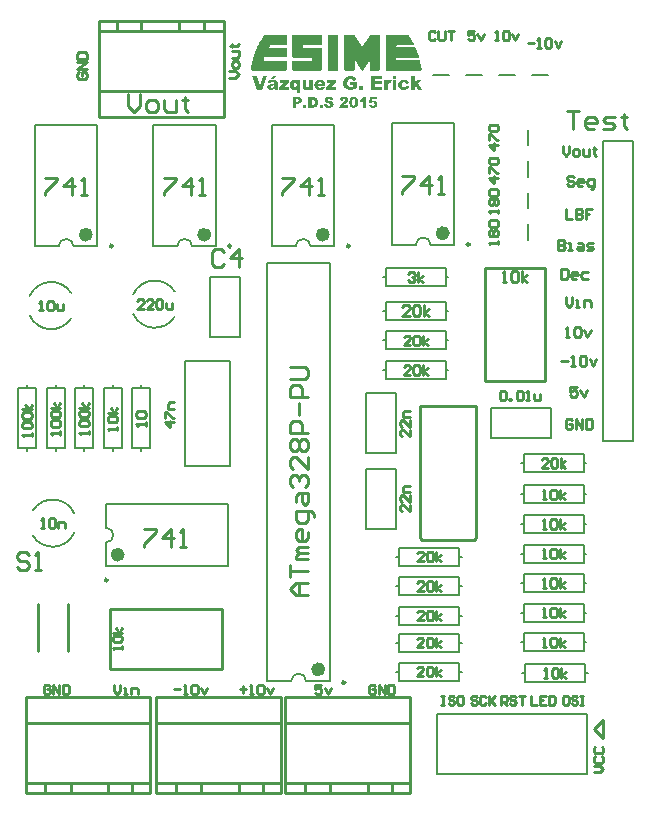
<source format=gto>
%FSAX24Y24*%
%MOIN*%
G70*
G01*
G75*
G04 Layer_Color=65535*
%ADD10R,0.0591X0.0551*%
%ADD11R,0.0551X0.0591*%
%ADD12C,0.0100*%
%ADD13C,0.0472*%
%ADD14C,0.0400*%
%ADD15C,0.0591*%
%ADD16R,0.0591X0.0591*%
%ADD17C,0.1000*%
%ADD18R,0.0591X0.0591*%
%ADD19C,0.0532*%
%ADD20R,0.0532X0.0532*%
%ADD21C,0.0551*%
%ADD22C,0.0600*%
%ADD23C,0.0700*%
%ADD24C,0.0500*%
%ADD25C,0.0236*%
%ADD26C,0.0098*%
%ADD27C,0.0079*%
G36*
X020821Y033725D02*
X020827D01*
X020843Y033723D01*
X020859Y033721D01*
X020877Y033716D01*
X020895Y033711D01*
X020911Y033704D01*
X020912D01*
X020913Y033704D01*
X020918Y033700D01*
X020925Y033696D01*
X020934Y033689D01*
X020943Y033680D01*
X020953Y033670D01*
X020963Y033658D01*
X020971Y033644D01*
Y033643D01*
X020972Y033642D01*
X020973Y033639D01*
X020974Y033637D01*
X020978Y033628D01*
X020982Y033617D01*
X020985Y033602D01*
X020989Y033584D01*
X020991Y033564D01*
X020992Y033542D01*
Y033529D01*
X020749D01*
Y033527D01*
X020750Y033524D01*
X020750Y033519D01*
X020751Y033512D01*
X020756Y033497D01*
X020760Y033491D01*
X020764Y033485D01*
X020765Y033484D01*
X020767Y033481D01*
X020771Y033478D01*
X020777Y033475D01*
X020783Y033471D01*
X020791Y033468D01*
X020799Y033465D01*
X020810Y033464D01*
X020813D01*
X020816Y033465D01*
X020821D01*
X020832Y033468D01*
X020844Y033473D01*
X020845D01*
X020846Y033474D01*
X020850Y033478D01*
X020857Y033484D01*
X020865Y033493D01*
X020985Y033482D01*
Y033481D01*
X020985Y033481D01*
X020983Y033478D01*
X020980Y033475D01*
X020974Y033466D01*
X020967Y033455D01*
X020957Y033444D01*
X020946Y033432D01*
X020933Y033422D01*
X020919Y033413D01*
X020918D01*
X020917Y033412D01*
X020914Y033411D01*
X020912Y033410D01*
X020908Y033408D01*
X020903Y033406D01*
X020897Y033404D01*
X020890Y033403D01*
X020882Y033401D01*
X020875Y033399D01*
X020855Y033396D01*
X020832Y033394D01*
X020807Y033393D01*
X020797D01*
X020791Y033394D01*
X020785D01*
X020771Y033395D01*
X020755Y033397D01*
X020739Y033400D01*
X020722Y033404D01*
X020707Y033410D01*
X020706Y033411D01*
X020701Y033414D01*
X020695Y033418D01*
X020687Y033424D01*
X020677Y033432D01*
X020668Y033442D01*
X020658Y033454D01*
X020648Y033467D01*
Y033468D01*
X020647Y033469D01*
X020645Y033474D01*
X020641Y033482D01*
X020636Y033493D01*
X020632Y033507D01*
X020628Y033522D01*
X020625Y033540D01*
X020625Y033558D01*
Y033559D01*
Y033562D01*
Y033566D01*
X020625Y033571D01*
X020626Y033577D01*
X020627Y033584D01*
X020630Y033601D01*
X020636Y033621D01*
X020645Y033640D01*
X020650Y033650D01*
X020657Y033661D01*
X020663Y033670D01*
X020672Y033679D01*
X020673Y033680D01*
X020674Y033681D01*
X020677Y033683D01*
X020680Y033687D01*
X020685Y033690D01*
X020691Y033693D01*
X020698Y033698D01*
X020707Y033703D01*
X020715Y033707D01*
X020725Y033711D01*
X020736Y033715D01*
X020747Y033718D01*
X020761Y033721D01*
X020774Y033724D01*
X020789Y033725D01*
X020804Y033726D01*
X020815D01*
X020821Y033725D01*
D02*
G37*
G36*
X019261D02*
X019275Y033724D01*
X019289Y033723D01*
X019304Y033721D01*
X019317Y033719D01*
X019319D01*
X019323Y033718D01*
X019329Y033716D01*
X019337Y033714D01*
X019346Y033710D01*
X019355Y033705D01*
X019365Y033700D01*
X019373Y033693D01*
X019374Y033693D01*
X019376Y033691D01*
X019378Y033688D01*
X019382Y033683D01*
X019386Y033678D01*
X019390Y033672D01*
X019394Y033664D01*
X019398Y033655D01*
X019398Y033654D01*
X019399Y033650D01*
X019401Y033645D01*
X019403Y033639D01*
X019404Y033633D01*
X019405Y033625D01*
X019407Y033617D01*
Y033608D01*
Y033468D01*
Y033467D01*
Y033464D01*
Y033460D01*
Y033455D01*
X019408Y033443D01*
X019409Y033437D01*
X019409Y033432D01*
Y033432D01*
X019410Y033430D01*
X019411Y033427D01*
X019412Y033424D01*
X019414Y033419D01*
X019416Y033414D01*
X019422Y033400D01*
X019307D01*
Y033401D01*
X019306Y033402D01*
X019304Y033407D01*
X019300Y033413D01*
X019298Y033418D01*
Y033420D01*
X019297Y033423D01*
X019296Y033430D01*
X019295Y033438D01*
X019294Y033437D01*
X019290Y033435D01*
X019285Y033431D01*
X019279Y033426D01*
X019272Y033421D01*
X019264Y033415D01*
X019256Y033410D01*
X019246Y033405D01*
X019245Y033404D01*
X019240Y033404D01*
X019234Y033401D01*
X019225Y033399D01*
X019214Y033397D01*
X019202Y033394D01*
X019187Y033394D01*
X019172Y033393D01*
X019167D01*
X019163Y033394D01*
X019158D01*
X019153Y033394D01*
X019140Y033396D01*
X019126Y033399D01*
X019111Y033404D01*
X019098Y033410D01*
X019085Y033419D01*
X019084Y033420D01*
X019081Y033424D01*
X019076Y033429D01*
X019071Y033437D01*
X019066Y033446D01*
X019060Y033458D01*
X019057Y033470D01*
X019056Y033484D01*
Y033485D01*
Y033486D01*
Y033490D01*
X019057Y033497D01*
X019059Y033505D01*
X019061Y033514D01*
X019066Y033524D01*
X019071Y033534D01*
X019077Y033543D01*
X019078Y033544D01*
X019082Y033547D01*
X019087Y033552D01*
X019095Y033557D01*
X019105Y033562D01*
X019119Y033568D01*
X019136Y033573D01*
X019155Y033578D01*
X019156D01*
X019158Y033579D01*
X019162Y033579D01*
X019166Y033580D01*
X019172Y033581D01*
X019178Y033583D01*
X019192Y033585D01*
X019207Y033589D01*
X019222Y033592D01*
X019235Y033595D01*
X019240Y033596D01*
X019244Y033597D01*
X019245D01*
X019247Y033598D01*
X019251Y033600D01*
X019257Y033601D01*
X019264Y033604D01*
X019272Y033606D01*
X019288Y033612D01*
Y033613D01*
Y033616D01*
X019287Y033620D01*
Y033624D01*
X019284Y033635D01*
X019282Y033639D01*
X019278Y033644D01*
Y033644D01*
X019277Y033645D01*
X019274Y033647D01*
X019271Y033649D01*
X019267Y033650D01*
X019261Y033651D01*
X019254Y033653D01*
X019240D01*
X019235Y033652D01*
X019229D01*
X019214Y033649D01*
X019207Y033646D01*
X019201Y033643D01*
X019200D01*
X019199Y033641D01*
X019197Y033639D01*
X019194Y033637D01*
X019191Y033633D01*
X019188Y033628D01*
X019185Y033622D01*
X019182Y033615D01*
X019066Y033628D01*
Y033629D01*
X019066Y033633D01*
X019068Y033638D01*
X019070Y033645D01*
X019076Y033661D01*
X019080Y033668D01*
X019084Y033675D01*
X019085Y033676D01*
X019087Y033678D01*
X019089Y033681D01*
X019093Y033685D01*
X019099Y033690D01*
X019104Y033695D01*
X019111Y033700D01*
X019120Y033705D01*
X019120Y033706D01*
X019123Y033707D01*
X019126Y033709D01*
X019131Y033710D01*
X019138Y033713D01*
X019147Y033715D01*
X019156Y033718D01*
X019166Y033720D01*
X019168D01*
X019171Y033721D01*
X019177Y033721D01*
X019186Y033723D01*
X019195Y033724D01*
X019205Y033725D01*
X019217Y033726D01*
X019249D01*
X019261Y033725D01*
D02*
G37*
G36*
X021119Y033155D02*
X021125D01*
X021131Y033154D01*
X021138Y033154D01*
X021146Y033152D01*
X021162Y033150D01*
X021179Y033145D01*
X021195Y033139D01*
X021203Y033135D01*
X021209Y033130D01*
X021210D01*
X021211Y033129D01*
X021215Y033126D01*
X021221Y033119D01*
X021228Y033111D01*
X021236Y033100D01*
X021242Y033087D01*
X021246Y033078D01*
X021248Y033070D01*
X021250Y033061D01*
X021252Y033051D01*
X021150Y033046D01*
Y033047D01*
X021150Y033050D01*
X021148Y033054D01*
X021147Y033059D01*
X021144Y033064D01*
X021141Y033070D01*
X021137Y033075D01*
X021133Y033080D01*
X021132Y033080D01*
X021131Y033082D01*
X021127Y033083D01*
X021123Y033085D01*
X021119Y033087D01*
X021113Y033089D01*
X021105Y033090D01*
X021097Y033091D01*
X021094D01*
X021091Y033090D01*
X021087D01*
X021078Y033087D01*
X021074Y033085D01*
X021070Y033083D01*
X021069Y033082D01*
X021068Y033081D01*
X021065Y033077D01*
X021062Y033071D01*
X021061Y033067D01*
X021060Y033063D01*
Y033062D01*
Y033062D01*
X021061Y033058D01*
X021064Y033053D01*
X021065Y033050D01*
X021068Y033048D01*
X021068D01*
X021069Y033046D01*
X021072Y033045D01*
X021075Y033044D01*
X021080Y033042D01*
X021086Y033040D01*
X021094Y033037D01*
X021103Y033035D01*
X021104D01*
X021107Y033034D01*
X021110Y033033D01*
X021115Y033032D01*
X021121Y033031D01*
X021127Y033029D01*
X021135Y033027D01*
X021142Y033025D01*
X021159Y033021D01*
X021176Y033015D01*
X021191Y033010D01*
X021198Y033007D01*
X021204Y033004D01*
X021205D01*
X021205Y033003D01*
X021209Y033001D01*
X021215Y032998D01*
X021221Y032993D01*
X021229Y032988D01*
X021236Y032981D01*
X021243Y032974D01*
X021249Y032965D01*
X021250Y032964D01*
X021251Y032961D01*
X021254Y032956D01*
X021256Y032950D01*
X021258Y032943D01*
X021261Y032934D01*
X021262Y032924D01*
X021263Y032914D01*
Y032913D01*
Y032912D01*
Y032910D01*
Y032908D01*
X021262Y032902D01*
X021261Y032894D01*
X021258Y032884D01*
X021255Y032874D01*
X021250Y032862D01*
X021244Y032851D01*
X021244Y032850D01*
X021241Y032847D01*
X021237Y032842D01*
X021231Y032835D01*
X021223Y032828D01*
X021214Y032821D01*
X021204Y032814D01*
X021192Y032808D01*
X021191D01*
X021191Y032808D01*
X021189Y032807D01*
X021186Y032806D01*
X021182Y032805D01*
X021179Y032804D01*
X021169Y032802D01*
X021157Y032799D01*
X021143Y032796D01*
X021127Y032795D01*
X021109Y032794D01*
X021100D01*
X021094Y032795D01*
X021087Y032796D01*
X021079Y032796D01*
X021070Y032797D01*
X021060Y032798D01*
X021039Y032802D01*
X021019Y032808D01*
X021010Y032812D01*
X021001Y032817D01*
X020992Y032822D01*
X020986Y032828D01*
X020985Y032828D01*
X020984Y032829D01*
X020982Y032831D01*
X020980Y032834D01*
X020978Y032837D01*
X020975Y032841D01*
X020968Y032851D01*
X020961Y032864D01*
X020955Y032879D01*
X020950Y032896D01*
X020949Y032906D01*
X020947Y032915D01*
X021050Y032922D01*
Y032921D01*
X021051Y032918D01*
X021051Y032913D01*
X021053Y032908D01*
X021057Y032895D01*
X021060Y032889D01*
X021064Y032884D01*
X021064Y032883D01*
X021067Y032880D01*
X021070Y032877D01*
X021076Y032874D01*
X021082Y032869D01*
X021090Y032866D01*
X021100Y032863D01*
X021111Y032863D01*
X021115D01*
X021119Y032863D01*
X021123Y032864D01*
X021129Y032865D01*
X021135Y032867D01*
X021141Y032870D01*
X021146Y032874D01*
X021146Y032874D01*
X021148Y032876D01*
X021150Y032878D01*
X021152Y032881D01*
X021156Y032888D01*
X021158Y032893D01*
X021158Y032898D01*
Y032899D01*
Y032900D01*
X021158Y032903D01*
X021157Y032906D01*
X021156Y032910D01*
X021153Y032915D01*
X021150Y032919D01*
X021146Y032923D01*
X021146Y032923D01*
X021144Y032925D01*
X021140Y032927D01*
X021135Y032929D01*
X021127Y032932D01*
X021118Y032935D01*
X021106Y032939D01*
X021098Y032941D01*
X021091Y032943D01*
X021090D01*
X021088Y032943D01*
X021084Y032945D01*
X021080Y032945D01*
X021074Y032947D01*
X021067Y032949D01*
X021060Y032951D01*
X021052Y032954D01*
X021035Y032960D01*
X021019Y032968D01*
X021003Y032976D01*
X020996Y032981D01*
X020990Y032986D01*
X020989Y032987D01*
X020986Y032990D01*
X020981Y032996D01*
X020976Y033004D01*
X020969Y033014D01*
X020965Y033025D01*
X020961Y033038D01*
X020961Y033046D01*
X020960Y033053D01*
Y033054D01*
Y033058D01*
X020961Y033063D01*
X020962Y033070D01*
X020964Y033077D01*
X020967Y033086D01*
X020970Y033095D01*
X020976Y033104D01*
X020976Y033105D01*
X020978Y033108D01*
X020982Y033112D01*
X020987Y033118D01*
X020994Y033124D01*
X021002Y033130D01*
X021011Y033136D01*
X021022Y033142D01*
X021023D01*
X021023Y033142D01*
X021025Y033143D01*
X021028Y033144D01*
X021031Y033145D01*
X021035Y033146D01*
X021045Y033149D01*
X021057Y033151D01*
X021072Y033154D01*
X021088Y033155D01*
X021108Y033156D01*
X021115D01*
X021119Y033155D01*
D02*
G37*
G36*
X019951Y033725D02*
X019959Y033724D01*
X019968Y033722D01*
X019978Y033720D01*
X019988Y033716D01*
X019998Y033711D01*
X019999Y033710D01*
X020002Y033709D01*
X020006Y033706D01*
X020011Y033702D01*
X020018Y033697D01*
X020025Y033689D01*
X020033Y033681D01*
X020042Y033671D01*
Y033718D01*
X020156D01*
Y033279D01*
X020033D01*
Y033431D01*
X020032Y033430D01*
X020030Y033427D01*
X020026Y033424D01*
X020021Y033420D01*
X020014Y033415D01*
X020008Y033410D01*
X019999Y033406D01*
X019991Y033402D01*
X019990D01*
X019987Y033400D01*
X019982Y033399D01*
X019976Y033398D01*
X019969Y033396D01*
X019960Y033394D01*
X019950Y033394D01*
X019940Y033393D01*
X019934D01*
X019931Y033394D01*
X019926Y033394D01*
X019920Y033395D01*
X019906Y033398D01*
X019891Y033403D01*
X019875Y033410D01*
X019867Y033415D01*
X019859Y033421D01*
X019851Y033426D01*
X019844Y033434D01*
Y033435D01*
X019842Y033436D01*
X019840Y033438D01*
X019838Y033442D01*
X019835Y033446D01*
X019832Y033452D01*
X019829Y033458D01*
X019825Y033465D01*
X019822Y033473D01*
X019818Y033482D01*
X019815Y033492D01*
X019813Y033503D01*
X019810Y033514D01*
X019808Y033527D01*
X019807Y033540D01*
X019807Y033554D01*
Y033555D01*
Y033557D01*
Y033559D01*
Y033563D01*
X019807Y033568D01*
Y033573D01*
X019809Y033585D01*
X019811Y033600D01*
X019813Y033615D01*
X019818Y033631D01*
X019824Y033646D01*
Y033647D01*
X019824Y033648D01*
X019827Y033653D01*
X019831Y033660D01*
X019836Y033668D01*
X019843Y033678D01*
X019851Y033688D01*
X019861Y033697D01*
X019872Y033705D01*
X019873Y033706D01*
X019877Y033709D01*
X019884Y033712D01*
X019892Y033715D01*
X019901Y033719D01*
X019913Y033722D01*
X019926Y033725D01*
X019939Y033726D01*
X019944D01*
X019951Y033725D01*
D02*
G37*
G36*
X022236Y033400D02*
X022106D01*
Y033523D01*
X022236D01*
Y033400D01*
D02*
G37*
G36*
X022886Y033746D02*
X022658D01*
Y033676D01*
X022870D01*
Y033586D01*
X022658D01*
Y033500D01*
X022893D01*
Y033400D01*
X022522D01*
Y033840D01*
X022886D01*
Y033746D01*
D02*
G37*
G36*
X019761Y033647D02*
X019600Y033482D01*
X019771D01*
Y033400D01*
X019454D01*
Y033478D01*
X019608Y033636D01*
X019466D01*
Y033718D01*
X019761D01*
Y033647D01*
D02*
G37*
G36*
X021329D02*
X021168Y033482D01*
X021339D01*
Y033400D01*
X021023D01*
Y033478D01*
X021176Y033636D01*
X021034D01*
Y033718D01*
X021329D01*
Y033647D01*
D02*
G37*
G36*
X020358Y032800D02*
X020254D01*
Y032898D01*
X020358D01*
Y032800D01*
D02*
G37*
G36*
X020596Y033149D02*
X020601D01*
X020612Y033148D01*
X020624Y033146D01*
X020637Y033144D01*
X020650Y033141D01*
X020661Y033136D01*
X020662D01*
X020662Y033136D01*
X020666Y033134D01*
X020671Y033131D01*
X020678Y033127D01*
X020686Y033121D01*
X020694Y033115D01*
X020702Y033108D01*
X020709Y033099D01*
X020710Y033098D01*
X020713Y033095D01*
X020716Y033090D01*
X020720Y033084D01*
X020725Y033075D01*
X020730Y033066D01*
X020734Y033055D01*
X020738Y033044D01*
Y033043D01*
X020738Y033042D01*
X020739Y033038D01*
X020740Y033031D01*
X020742Y033023D01*
X020744Y033013D01*
X020745Y033001D01*
X020746Y032989D01*
X020746Y032976D01*
Y032975D01*
Y032973D01*
Y032970D01*
Y032966D01*
X020746Y032962D01*
Y032956D01*
X020745Y032944D01*
X020743Y032930D01*
X020741Y032916D01*
X020738Y032902D01*
X020734Y032889D01*
X020733Y032888D01*
X020732Y032884D01*
X020728Y032878D01*
X020724Y032871D01*
X020719Y032863D01*
X020713Y032854D01*
X020706Y032845D01*
X020698Y032837D01*
X020697Y032837D01*
X020694Y032834D01*
X020689Y032831D01*
X020683Y032826D01*
X020676Y032821D01*
X020668Y032817D01*
X020658Y032813D01*
X020649Y032810D01*
X020648D01*
X020648Y032809D01*
X020646D01*
X020643Y032808D01*
X020636Y032807D01*
X020627Y032805D01*
X020617Y032803D01*
X020607Y032802D01*
X020596Y032801D01*
X020584Y032800D01*
X020424D01*
Y033150D01*
X020592D01*
X020596Y033149D01*
D02*
G37*
G36*
X021947Y033155D02*
X021955Y033154D01*
X021964Y033154D01*
X021973Y033152D01*
X021984Y033150D01*
X021992Y033147D01*
X021994Y033146D01*
X021996Y033146D01*
X022000Y033144D01*
X022006Y033141D01*
X022018Y033134D01*
X022024Y033130D01*
X022029Y033124D01*
X022030Y033124D01*
X022032Y033121D01*
X022034Y033119D01*
X022037Y033115D01*
X022041Y033111D01*
X022045Y033106D01*
X022051Y033095D01*
X022052Y033094D01*
X022053Y033092D01*
X022055Y033089D01*
X022056Y033085D01*
X022059Y033079D01*
X022061Y033073D01*
X022063Y033066D01*
X022065Y033059D01*
Y033058D01*
X022065Y033057D01*
Y033055D01*
X022066Y033052D01*
X022068Y033049D01*
X022068Y033044D01*
X022070Y033034D01*
X022072Y033022D01*
X022074Y033008D01*
X022074Y032993D01*
X022075Y032977D01*
Y032976D01*
Y032973D01*
Y032968D01*
X022074Y032962D01*
Y032953D01*
X022074Y032945D01*
X022072Y032935D01*
X022071Y032924D01*
X022067Y032902D01*
X022061Y032878D01*
X022057Y032867D01*
X022053Y032857D01*
X022048Y032847D01*
X022043Y032838D01*
X022042Y032837D01*
X022041Y032836D01*
X022039Y032834D01*
X022037Y032831D01*
X022033Y032828D01*
X022029Y032824D01*
X022023Y032820D01*
X022016Y032816D01*
X022010Y032812D01*
X022002Y032808D01*
X021992Y032804D01*
X021982Y032801D01*
X021971Y032798D01*
X021959Y032796D01*
X021946Y032795D01*
X021932Y032794D01*
X021924D01*
X021921Y032795D01*
X021916D01*
X021906Y032796D01*
X021895Y032798D01*
X021883Y032800D01*
X021871Y032803D01*
X021861Y032808D01*
X021859Y032808D01*
X021856Y032810D01*
X021851Y032814D01*
X021845Y032818D01*
X021838Y032824D01*
X021830Y032831D01*
X021823Y032840D01*
X021816Y032849D01*
X021816Y032850D01*
X021814Y032853D01*
X021811Y032857D01*
X021809Y032863D01*
X021806Y032871D01*
X021803Y032880D01*
X021799Y032890D01*
X021797Y032902D01*
Y032902D01*
Y032903D01*
X021796Y032905D01*
X021795Y032908D01*
X021795Y032915D01*
X021793Y032924D01*
X021792Y032935D01*
X021791Y032947D01*
X021790Y032962D01*
Y032976D01*
Y032978D01*
Y032981D01*
Y032986D01*
X021791Y032992D01*
X021791Y033001D01*
X021792Y033010D01*
X021793Y033020D01*
X021795Y033031D01*
X021799Y033054D01*
X021805Y033077D01*
X021809Y033088D01*
X021814Y033098D01*
X021820Y033107D01*
X021826Y033115D01*
X021826Y033116D01*
X021828Y033117D01*
X021830Y033119D01*
X021832Y033121D01*
X021836Y033125D01*
X021841Y033128D01*
X021846Y033132D01*
X021852Y033136D01*
X021860Y033140D01*
X021868Y033143D01*
X021877Y033146D01*
X021887Y033150D01*
X021897Y033152D01*
X021909Y033154D01*
X021921Y033155D01*
X021934Y033156D01*
X021941D01*
X021947Y033155D01*
D02*
G37*
G36*
X020096Y033149D02*
X020101D01*
X020107Y033148D01*
X020119Y033146D01*
X020134Y033143D01*
X020148Y033138D01*
X020162Y033131D01*
X020168Y033126D01*
X020174Y033121D01*
X020175D01*
X020176Y033120D01*
X020179Y033116D01*
X020184Y033110D01*
X020189Y033101D01*
X020195Y033090D01*
X020199Y033076D01*
X020203Y033060D01*
X020204Y033052D01*
Y033042D01*
Y033042D01*
Y033040D01*
Y033037D01*
X020203Y033033D01*
Y033029D01*
X020203Y033024D01*
X020200Y033012D01*
X020196Y032999D01*
X020191Y032985D01*
X020183Y032972D01*
X020177Y032966D01*
X020172Y032960D01*
X020171D01*
X020170Y032958D01*
X020168Y032957D01*
X020166Y032955D01*
X020162Y032953D01*
X020158Y032950D01*
X020154Y032947D01*
X020148Y032945D01*
X020142Y032942D01*
X020134Y032939D01*
X020126Y032937D01*
X020117Y032935D01*
X020108Y032933D01*
X020098Y032931D01*
X020087Y032931D01*
X020075Y032930D01*
X020016D01*
Y032800D01*
X019908D01*
Y033150D01*
X020092D01*
X020096Y033149D01*
D02*
G37*
G36*
X022335Y032800D02*
X022237D01*
Y033033D01*
X022236Y033032D01*
X022233Y033030D01*
X022228Y033027D01*
X022222Y033022D01*
X022215Y033017D01*
X022207Y033013D01*
X022190Y033003D01*
X022190Y033003D01*
X022186Y033001D01*
X022182Y032999D01*
X022175Y032996D01*
X022167Y032993D01*
X022158Y032990D01*
X022147Y032986D01*
X022135Y032982D01*
Y033062D01*
X022135D01*
X022137Y033062D01*
X022139Y033063D01*
X022143Y033064D01*
X022147Y033066D01*
X022152Y033068D01*
X022163Y033072D01*
X022175Y033078D01*
X022188Y033084D01*
X022200Y033091D01*
X022211Y033099D01*
X022213Y033101D01*
X022216Y033103D01*
X022221Y033108D01*
X022227Y033115D01*
X022234Y033123D01*
X022241Y033133D01*
X022248Y033144D01*
X022254Y033156D01*
X022335D01*
Y032800D01*
D02*
G37*
G36*
X022710Y033072D02*
X022554D01*
X022545Y033020D01*
X022546Y033021D01*
X022548Y033021D01*
X022551Y033023D01*
X022555Y033024D01*
X022561Y033026D01*
X022566Y033028D01*
X022578Y033031D01*
X022578D01*
X022580Y033032D01*
X022584Y033033D01*
X022588Y033033D01*
X022592Y033034D01*
X022598Y033035D01*
X022609Y033035D01*
X022614D01*
X022618Y033035D01*
X022622D01*
X022627Y033034D01*
X022639Y033031D01*
X022653Y033027D01*
X022667Y033022D01*
X022681Y033014D01*
X022688Y033009D01*
X022694Y033003D01*
X022694Y033003D01*
X022695Y033002D01*
X022697Y033000D01*
X022699Y032998D01*
X022705Y032990D01*
X022711Y032982D01*
X022717Y032970D01*
X022721Y032956D01*
X022725Y032941D01*
X022726Y032932D01*
X022727Y032923D01*
Y032923D01*
Y032922D01*
Y032920D01*
Y032917D01*
X022726Y032911D01*
X022725Y032902D01*
X022723Y032892D01*
X022719Y032882D01*
X022715Y032870D01*
X022710Y032858D01*
X022709Y032857D01*
X022707Y032853D01*
X022703Y032847D01*
X022698Y032841D01*
X022691Y032833D01*
X022683Y032825D01*
X022673Y032817D01*
X022662Y032810D01*
X022662D01*
X022661Y032810D01*
X022659Y032809D01*
X022657Y032808D01*
X022650Y032805D01*
X022641Y032802D01*
X022629Y032800D01*
X022616Y032797D01*
X022600Y032795D01*
X022583Y032794D01*
X022577D01*
X022571Y032795D01*
X022563D01*
X022553Y032796D01*
X022543Y032797D01*
X022533Y032798D01*
X022524Y032800D01*
X022522D01*
X022520Y032802D01*
X022515Y032803D01*
X022509Y032805D01*
X022502Y032808D01*
X022496Y032811D01*
X022488Y032815D01*
X022481Y032820D01*
X022481Y032820D01*
X022479Y032822D01*
X022475Y032825D01*
X022472Y032828D01*
X022467Y032833D01*
X022463Y032838D01*
X022454Y032849D01*
X022453Y032850D01*
X022452Y032853D01*
X022450Y032856D01*
X022448Y032861D01*
X022445Y032867D01*
X022442Y032874D01*
X022439Y032882D01*
X022436Y032890D01*
X022535Y032902D01*
Y032900D01*
X022535Y032898D01*
X022537Y032894D01*
X022538Y032888D01*
X022540Y032882D01*
X022543Y032876D01*
X022547Y032871D01*
X022551Y032865D01*
X022551Y032865D01*
X022553Y032863D01*
X022556Y032861D01*
X022559Y032859D01*
X022564Y032857D01*
X022569Y032855D01*
X022576Y032854D01*
X022582Y032853D01*
X022586D01*
X022590Y032854D01*
X022594Y032855D01*
X022599Y032857D01*
X022605Y032860D01*
X022610Y032863D01*
X022616Y032869D01*
X022617Y032869D01*
X022618Y032871D01*
X022620Y032876D01*
X022623Y032880D01*
X022625Y032887D01*
X022627Y032894D01*
X022629Y032904D01*
X022629Y032915D01*
Y032915D01*
Y032916D01*
Y032920D01*
X022629Y032925D01*
X022628Y032932D01*
X022626Y032940D01*
X022624Y032947D01*
X022621Y032955D01*
X022616Y032961D01*
X022615Y032962D01*
X022613Y032963D01*
X022610Y032966D01*
X022606Y032968D01*
X022601Y032971D01*
X022595Y032974D01*
X022588Y032975D01*
X022580Y032976D01*
X022578D01*
X022575Y032975D01*
X022572D01*
X022563Y032972D01*
X022558Y032971D01*
X022553Y032968D01*
X022552D01*
X022551Y032968D01*
X022549Y032966D01*
X022547Y032964D01*
X022543Y032962D01*
X022540Y032959D01*
X022536Y032955D01*
X022532Y032950D01*
X022449Y032962D01*
X022480Y033150D01*
X022710D01*
Y033072D01*
D02*
G37*
G36*
X020900Y032800D02*
X020797D01*
Y032898D01*
X020900D01*
Y032800D01*
D02*
G37*
G36*
X021618Y033155D02*
X021623D01*
X021634Y033154D01*
X021647Y033153D01*
X021660Y033150D01*
X021673Y033148D01*
X021684Y033144D01*
X021685D01*
X021686Y033143D01*
X021689Y033142D01*
X021695Y033139D01*
X021701Y033135D01*
X021708Y033130D01*
X021715Y033124D01*
X021723Y033117D01*
X021729Y033108D01*
X021730Y033107D01*
X021732Y033104D01*
X021735Y033099D01*
X021738Y033092D01*
X021741Y033084D01*
X021744Y033075D01*
X021746Y033064D01*
X021746Y033054D01*
Y033053D01*
Y033052D01*
Y033048D01*
X021746Y033042D01*
X021744Y033034D01*
X021742Y033025D01*
X021738Y033015D01*
X021734Y033004D01*
X021727Y032992D01*
X021727Y032991D01*
X021724Y032988D01*
X021719Y032982D01*
X021712Y032974D01*
X021703Y032964D01*
X021691Y032953D01*
X021684Y032947D01*
X021676Y032941D01*
X021668Y032935D01*
X021659Y032929D01*
X021658Y032928D01*
X021654Y032925D01*
X021650Y032922D01*
X021643Y032918D01*
X021630Y032908D01*
X021625Y032904D01*
X021620Y032900D01*
X021619Y032900D01*
X021618Y032899D01*
X021616Y032897D01*
X021613Y032895D01*
X021606Y032888D01*
X021596Y032880D01*
X021749D01*
Y032800D01*
X021457D01*
Y032801D01*
Y032802D01*
X021458Y032804D01*
X021459Y032808D01*
X021459Y032812D01*
X021460Y032816D01*
X021463Y032826D01*
X021467Y032839D01*
X021472Y032853D01*
X021479Y032867D01*
X021488Y032881D01*
Y032882D01*
X021489Y032883D01*
X021490Y032885D01*
X021493Y032888D01*
X021496Y032892D01*
X021499Y032896D01*
X021504Y032901D01*
X021509Y032906D01*
X021515Y032913D01*
X021522Y032920D01*
X021530Y032927D01*
X021539Y032935D01*
X021548Y032943D01*
X021558Y032952D01*
X021570Y032962D01*
X021582Y032971D01*
X021583Y032972D01*
X021584Y032972D01*
X021586Y032974D01*
X021589Y032976D01*
X021596Y032982D01*
X021605Y032989D01*
X021615Y032996D01*
X021624Y033005D01*
X021631Y033012D01*
X021635Y033015D01*
X021637Y033019D01*
X021638Y033019D01*
X021639Y033021D01*
X021641Y033025D01*
X021643Y033029D01*
X021645Y033033D01*
X021648Y033039D01*
X021649Y033045D01*
X021650Y033050D01*
Y033051D01*
Y033053D01*
X021649Y033056D01*
X021648Y033060D01*
X021647Y033064D01*
X021644Y033068D01*
X021641Y033073D01*
X021637Y033078D01*
X021637Y033078D01*
X021635Y033080D01*
X021633Y033081D01*
X021629Y033084D01*
X021625Y033086D01*
X021620Y033087D01*
X021615Y033089D01*
X021608Y033089D01*
X021604D01*
X021601Y033089D01*
X021597Y033088D01*
X021592Y033087D01*
X021587Y033084D01*
X021582Y033081D01*
X021578Y033077D01*
X021577Y033076D01*
X021576Y033075D01*
X021574Y033072D01*
X021572Y033068D01*
X021569Y033062D01*
X021566Y033055D01*
X021564Y033046D01*
X021562Y033036D01*
X021465Y033044D01*
Y033044D01*
Y033046D01*
X021465Y033048D01*
X021466Y033050D01*
X021467Y033058D01*
X021469Y033067D01*
X021472Y033077D01*
X021475Y033088D01*
X021480Y033098D01*
X021485Y033107D01*
X021486Y033109D01*
X021488Y033111D01*
X021491Y033115D01*
X021496Y033121D01*
X021502Y033126D01*
X021510Y033132D01*
X021518Y033138D01*
X021528Y033143D01*
X021529Y033144D01*
X021533Y033145D01*
X021539Y033147D01*
X021548Y033150D01*
X021559Y033152D01*
X021572Y033154D01*
X021588Y033155D01*
X021605Y033156D01*
X021614D01*
X021618Y033155D01*
D02*
G37*
G36*
X023356Y033400D02*
X023234D01*
Y033718D01*
X023356D01*
Y033400D01*
D02*
G37*
G36*
X019702Y035205D02*
Y035191D01*
X019716D01*
Y035177D01*
Y035163D01*
Y035149D01*
Y035135D01*
Y035121D01*
Y035107D01*
Y035093D01*
Y035079D01*
Y035065D01*
Y035051D01*
Y035037D01*
Y035023D01*
Y035009D01*
Y034994D01*
Y034980D01*
Y034966D01*
Y034952D01*
Y034938D01*
Y034924D01*
X019702D01*
Y034910D01*
Y034896D01*
Y034882D01*
X019156D01*
Y034868D01*
X019142D01*
Y034854D01*
Y034840D01*
X019128D01*
Y034826D01*
X019114D01*
Y034812D01*
Y034798D01*
X019702D01*
Y034784D01*
Y034770D01*
X019716D01*
Y034756D01*
Y034742D01*
Y034728D01*
Y034714D01*
Y034700D01*
Y034686D01*
Y034672D01*
Y034658D01*
Y034644D01*
Y034630D01*
Y034616D01*
Y034602D01*
Y034588D01*
Y034574D01*
Y034560D01*
Y034546D01*
Y034532D01*
Y034518D01*
X019702D01*
Y034504D01*
Y034490D01*
Y034476D01*
X018960D01*
Y034462D01*
X018946D01*
Y034448D01*
Y034434D01*
X018932D01*
Y034420D01*
Y034406D01*
Y034392D01*
Y034378D01*
Y034364D01*
X019702D01*
Y034350D01*
Y034336D01*
Y034322D01*
X019716D01*
Y034308D01*
Y034294D01*
Y034280D01*
Y034266D01*
Y034252D01*
Y034238D01*
Y034224D01*
Y034210D01*
Y034196D01*
Y034182D01*
Y034168D01*
Y034154D01*
Y034140D01*
Y034126D01*
Y034112D01*
Y034098D01*
Y034084D01*
Y034070D01*
X019702D01*
Y034056D01*
Y034042D01*
X019688D01*
Y034028D01*
X018539D01*
Y034042D01*
X018525D01*
Y034056D01*
X018511D01*
Y034070D01*
Y034084D01*
Y034098D01*
Y034112D01*
X018525D01*
Y034126D01*
Y034140D01*
Y034154D01*
Y034168D01*
Y034182D01*
Y034196D01*
Y034210D01*
X018539D01*
Y034224D01*
Y034238D01*
Y034252D01*
Y034266D01*
Y034280D01*
X018553D01*
Y034294D01*
Y034308D01*
Y034322D01*
Y034336D01*
Y034350D01*
Y034364D01*
X018567D01*
Y034378D01*
Y034392D01*
Y034406D01*
X018581D01*
Y034420D01*
Y034434D01*
Y034448D01*
Y034462D01*
Y034476D01*
X018595D01*
Y034490D01*
Y034504D01*
Y034518D01*
X018609D01*
Y034532D01*
Y034546D01*
Y034560D01*
X018623D01*
Y034574D01*
Y034588D01*
Y034602D01*
X018637D01*
Y034616D01*
Y034630D01*
Y034644D01*
X018651D01*
Y034658D01*
Y034672D01*
Y034686D01*
X018665D01*
Y034700D01*
Y034714D01*
X018679D01*
Y034728D01*
Y034742D01*
X018693D01*
Y034756D01*
Y034770D01*
X018707D01*
Y034784D01*
Y034798D01*
Y034812D01*
X018721D01*
Y034826D01*
Y034840D01*
X018735D01*
Y034854D01*
Y034868D01*
X018750D01*
Y034882D01*
Y034896D01*
X018764D01*
Y034910D01*
Y034924D01*
X018778D01*
Y034938D01*
Y034952D01*
X018792D01*
Y034966D01*
Y034980D01*
X018806D01*
Y034994D01*
X018820D01*
Y035009D01*
Y035023D01*
X018834D01*
Y035037D01*
X018848D01*
Y035051D01*
Y035065D01*
X018862D01*
Y035079D01*
Y035093D01*
X018876D01*
Y035107D01*
X018890D01*
Y035121D01*
Y035135D01*
X018904D01*
Y035149D01*
X018918D01*
Y035163D01*
Y035177D01*
X018932D01*
Y035191D01*
X018946D01*
Y035205D01*
X018960D01*
Y035219D01*
X019702D01*
Y035205D01*
D02*
G37*
G36*
X020865D02*
Y035191D01*
X020879D01*
Y035177D01*
Y035163D01*
Y035149D01*
Y035135D01*
Y035121D01*
Y035107D01*
Y035093D01*
Y035079D01*
Y035065D01*
Y035051D01*
Y035037D01*
Y035023D01*
Y035009D01*
Y034994D01*
Y034980D01*
Y034966D01*
Y034952D01*
Y034938D01*
Y034924D01*
Y034910D01*
X020865D01*
Y034896D01*
X020851D01*
Y034882D01*
X020249D01*
Y034868D01*
Y034854D01*
Y034840D01*
Y034826D01*
Y034812D01*
Y034798D01*
X020851D01*
Y034784D01*
X020865D01*
Y034770D01*
X020879D01*
Y034756D01*
Y034742D01*
Y034728D01*
Y034714D01*
Y034700D01*
Y034686D01*
Y034672D01*
Y034658D01*
Y034644D01*
Y034630D01*
Y034616D01*
Y034602D01*
Y034588D01*
Y034574D01*
Y034560D01*
Y034546D01*
Y034532D01*
Y034518D01*
Y034504D01*
Y034490D01*
Y034476D01*
Y034462D01*
Y034448D01*
Y034434D01*
Y034420D01*
Y034406D01*
Y034392D01*
Y034378D01*
Y034364D01*
Y034350D01*
Y034336D01*
Y034322D01*
Y034308D01*
Y034294D01*
Y034280D01*
Y034266D01*
Y034252D01*
Y034238D01*
Y034224D01*
Y034210D01*
Y034196D01*
Y034182D01*
Y034168D01*
Y034154D01*
Y034140D01*
Y034126D01*
Y034112D01*
Y034098D01*
Y034084D01*
Y034070D01*
Y034056D01*
X020865D01*
Y034042D01*
X020851D01*
Y034028D01*
X019912D01*
Y034042D01*
X019898D01*
Y034056D01*
X019884D01*
Y034070D01*
Y034084D01*
Y034098D01*
Y034112D01*
Y034126D01*
Y034140D01*
Y034154D01*
Y034168D01*
Y034182D01*
Y034196D01*
Y034210D01*
Y034224D01*
Y034238D01*
Y034252D01*
Y034266D01*
Y034280D01*
Y034294D01*
Y034308D01*
Y034322D01*
Y034336D01*
Y034350D01*
X019898D01*
Y034364D01*
X020529D01*
Y034378D01*
Y034392D01*
Y034406D01*
Y034420D01*
Y034434D01*
Y034448D01*
Y034462D01*
X019898D01*
Y034476D01*
X019884D01*
Y034490D01*
Y034504D01*
Y034518D01*
Y034532D01*
Y034546D01*
Y034560D01*
Y034574D01*
Y034588D01*
Y034602D01*
Y034616D01*
Y034630D01*
Y034644D01*
Y034658D01*
Y034672D01*
Y034686D01*
Y034700D01*
Y034714D01*
Y034728D01*
Y034742D01*
Y034756D01*
Y034770D01*
Y034784D01*
Y034798D01*
Y034812D01*
Y034826D01*
Y034840D01*
Y034854D01*
Y034868D01*
Y034882D01*
Y034896D01*
Y034910D01*
Y034924D01*
Y034938D01*
Y034952D01*
Y034966D01*
Y034980D01*
Y034994D01*
Y035009D01*
Y035023D01*
Y035037D01*
Y035051D01*
Y035065D01*
Y035079D01*
Y035093D01*
Y035107D01*
Y035121D01*
Y035135D01*
Y035149D01*
Y035163D01*
Y035177D01*
Y035191D01*
Y035205D01*
X019898D01*
Y035219D01*
X020865D01*
Y035205D01*
D02*
G37*
G36*
X023160Y033725D02*
X023167Y033723D01*
X023176Y033721D01*
X023186Y033718D01*
X023197Y033714D01*
X023209Y033708D01*
X023171Y033622D01*
X023170Y033623D01*
X023167Y033623D01*
X023163Y033625D01*
X023158Y033627D01*
X023147Y033629D01*
X023142Y033631D01*
X023133D01*
X023128Y033630D01*
X023123Y033628D01*
X023117Y033626D01*
X023111Y033623D01*
X023105Y033617D01*
X023100Y033611D01*
X023099Y033609D01*
X023097Y033605D01*
X023094Y033598D01*
X023092Y033593D01*
X023090Y033587D01*
X023089Y033580D01*
X023087Y033573D01*
X023085Y033564D01*
X023084Y033555D01*
X023083Y033545D01*
X023082Y033533D01*
X023081Y033520D01*
Y033507D01*
Y033400D01*
X022958D01*
Y033718D01*
X023073D01*
Y033666D01*
X023073Y033667D01*
X023075Y033672D01*
X023078Y033677D01*
X023083Y033684D01*
X023094Y033699D01*
X023100Y033706D01*
X023105Y033712D01*
X023106Y033713D01*
X023109Y033715D01*
X023112Y033716D01*
X023117Y033719D01*
X023124Y033721D01*
X023132Y033724D01*
X023140Y033725D01*
X023149Y033726D01*
X023154D01*
X023160Y033725D01*
D02*
G37*
G36*
X023356Y033756D02*
X023234D01*
Y033840D01*
X023356D01*
Y033756D01*
D02*
G37*
G36*
X021847Y033846D02*
X021862Y033846D01*
X021880Y033844D01*
X021899Y033841D01*
X021916Y033838D01*
X021923Y033836D01*
X021931Y033834D01*
X021932D01*
X021933Y033833D01*
X021937Y033831D01*
X021944Y033828D01*
X021952Y033824D01*
X021961Y033818D01*
X021971Y033811D01*
X021982Y033802D01*
X021991Y033792D01*
X021992Y033791D01*
X021995Y033787D01*
X021999Y033781D01*
X022004Y033774D01*
X022010Y033764D01*
X022016Y033752D01*
X022022Y033737D01*
X022027Y033722D01*
X021896Y033699D01*
Y033700D01*
X021895Y033704D01*
X021893Y033708D01*
X021890Y033714D01*
X021886Y033720D01*
X021881Y033726D01*
X021875Y033732D01*
X021868Y033737D01*
X021868Y033738D01*
X021865Y033740D01*
X021861Y033742D01*
X021855Y033744D01*
X021848Y033747D01*
X021839Y033749D01*
X021830Y033750D01*
X021819Y033751D01*
X021814D01*
X021811Y033750D01*
X021803Y033749D01*
X021793Y033747D01*
X021781Y033743D01*
X021770Y033737D01*
X021759Y033730D01*
X021748Y033720D01*
X021747Y033718D01*
X021743Y033714D01*
X021739Y033706D01*
X021735Y033696D01*
X021730Y033682D01*
X021726Y033665D01*
X021722Y033644D01*
X021721Y033633D01*
Y033621D01*
Y033620D01*
Y033617D01*
Y033614D01*
X021722Y033609D01*
Y033603D01*
X021723Y033597D01*
X021725Y033582D01*
X021728Y033565D01*
X021732Y033548D01*
X021739Y033533D01*
X021743Y033525D01*
X021748Y033519D01*
X021749Y033518D01*
X021753Y033514D01*
X021759Y033510D01*
X021767Y033504D01*
X021778Y033498D01*
X021791Y033494D01*
X021806Y033491D01*
X021823Y033489D01*
X021831D01*
X021837Y033490D01*
X021843Y033491D01*
X021851Y033492D01*
X021866Y033495D01*
X021867D01*
X021869Y033497D01*
X021874Y033498D01*
X021880Y033500D01*
X021887Y033503D01*
X021895Y033508D01*
X021904Y033512D01*
X021914Y033518D01*
Y033560D01*
X021823D01*
Y033651D01*
X022033D01*
Y033463D01*
X022032Y033462D01*
X022031Y033461D01*
X022027Y033459D01*
X022023Y033456D01*
X022018Y033453D01*
X022011Y033449D01*
X021997Y033441D01*
X021980Y033432D01*
X021962Y033422D01*
X021944Y033414D01*
X021926Y033407D01*
X021925D01*
X021924Y033406D01*
X021921Y033405D01*
X021917Y033404D01*
X021913Y033404D01*
X021908Y033403D01*
X021895Y033400D01*
X021879Y033397D01*
X021860Y033395D01*
X021839Y033394D01*
X021816Y033393D01*
X021808D01*
X021803Y033394D01*
X021797D01*
X021789Y033394D01*
X021781Y033395D01*
X021771Y033396D01*
X021751Y033399D01*
X021730Y033404D01*
X021708Y033410D01*
X021688Y033419D01*
X021688D01*
X021686Y033421D01*
X021683Y033421D01*
X021680Y033424D01*
X021672Y033430D01*
X021661Y033439D01*
X021649Y033450D01*
X021636Y033464D01*
X021623Y033480D01*
X021612Y033498D01*
Y033499D01*
X021612Y033501D01*
X021610Y033503D01*
X021608Y033508D01*
X021606Y033513D01*
X021604Y033519D01*
X021601Y033525D01*
X021599Y033534D01*
X021594Y033552D01*
X021590Y033572D01*
X021586Y033595D01*
X021585Y033620D01*
Y033621D01*
Y033623D01*
Y033627D01*
X021586Y033632D01*
Y033639D01*
X021587Y033645D01*
X021588Y033654D01*
X021589Y033662D01*
X021593Y033682D01*
X021598Y033703D01*
X021605Y033725D01*
X021615Y033745D01*
Y033746D01*
X021617Y033748D01*
X021618Y033750D01*
X021621Y033753D01*
X021628Y033764D01*
X021637Y033775D01*
X021650Y033788D01*
X021664Y033802D01*
X021682Y033814D01*
X021702Y033825D01*
X021703D01*
X021704Y033826D01*
X021707Y033827D01*
X021710Y033829D01*
X021715Y033830D01*
X021720Y033832D01*
X021726Y033835D01*
X021734Y033836D01*
X021742Y033838D01*
X021751Y033841D01*
X021771Y033844D01*
X021795Y033846D01*
X021822Y033847D01*
X021840D01*
X021847Y033846D01*
D02*
G37*
G36*
X019243Y033758D02*
X019185D01*
X019235Y033847D01*
X019340D01*
X019243Y033758D01*
D02*
G37*
G36*
X023623Y033725D02*
X023631Y033724D01*
X023648Y033722D01*
X023667Y033719D01*
X023687Y033714D01*
X023705Y033707D01*
X023715Y033703D01*
X023722Y033698D01*
X023723D01*
X023724Y033696D01*
X023729Y033693D01*
X023737Y033686D01*
X023745Y033677D01*
X023754Y033666D01*
X023765Y033652D01*
X023773Y033635D01*
X023781Y033617D01*
X023666Y033601D01*
Y033602D01*
X023665Y033605D01*
X023663Y033608D01*
X023661Y033612D01*
X023655Y033623D01*
X023651Y033627D01*
X023645Y033631D01*
X023645Y033632D01*
X023643Y033633D01*
X023640Y033634D01*
X023635Y033637D01*
X023630Y033639D01*
X023623Y033640D01*
X023616Y033641D01*
X023607Y033642D01*
X023602D01*
X023597Y033641D01*
X023591Y033639D01*
X023583Y033637D01*
X023574Y033633D01*
X023567Y033628D01*
X023559Y033620D01*
X023558Y033619D01*
X023557Y033616D01*
X023553Y033611D01*
X023550Y033604D01*
X023547Y033595D01*
X023543Y033583D01*
X023542Y033569D01*
X023541Y033554D01*
Y033552D01*
Y033547D01*
X023542Y033541D01*
X023543Y033532D01*
X023545Y033523D01*
X023548Y033513D01*
X023552Y033503D01*
X023558Y033495D01*
X023559Y033494D01*
X023562Y033492D01*
X023566Y033488D01*
X023571Y033485D01*
X023578Y033481D01*
X023586Y033478D01*
X023596Y033475D01*
X023606Y033475D01*
X023610D01*
X023614Y033475D01*
X023619Y033476D01*
X023633Y033480D01*
X023640Y033482D01*
X023645Y033486D01*
X023646Y033487D01*
X023648Y033489D01*
X023651Y033492D01*
X023655Y033496D01*
X023659Y033501D01*
X023663Y033508D01*
X023667Y033515D01*
X023671Y033524D01*
X023787Y033511D01*
X023786Y033509D01*
X023785Y033505D01*
X023782Y033498D01*
X023779Y033490D01*
X023774Y033480D01*
X023769Y033469D01*
X023762Y033458D01*
X023754Y033448D01*
X023754Y033447D01*
X023750Y033443D01*
X023746Y033438D01*
X023739Y033432D01*
X023731Y033426D01*
X023721Y033420D01*
X023711Y033413D01*
X023699Y033407D01*
X023697Y033406D01*
X023693Y033404D01*
X023685Y033403D01*
X023675Y033400D01*
X023663Y033397D01*
X023648Y033395D01*
X023631Y033394D01*
X023612Y033393D01*
X023604D01*
X023595Y033394D01*
X023583D01*
X023569Y033395D01*
X023556Y033397D01*
X023542Y033399D01*
X023528Y033402D01*
X023526Y033403D01*
X023522Y033404D01*
X023516Y033406D01*
X023508Y033410D01*
X023499Y033414D01*
X023489Y033419D01*
X023479Y033425D01*
X023470Y033432D01*
X023469Y033433D01*
X023465Y033436D01*
X023461Y033441D01*
X023456Y033447D01*
X023450Y033454D01*
X023444Y033462D01*
X023438Y033471D01*
X023433Y033481D01*
X023432Y033483D01*
X023431Y033486D01*
X023428Y033493D01*
X023426Y033502D01*
X023423Y033513D01*
X023422Y033525D01*
X023420Y033541D01*
X023419Y033557D01*
Y033558D01*
Y033560D01*
Y033563D01*
Y033566D01*
X023420Y033574D01*
X023421Y033586D01*
X023423Y033599D01*
X023426Y033612D01*
X023430Y033627D01*
X023435Y033639D01*
X023436Y033640D01*
X023438Y033644D01*
X023440Y033648D01*
X023444Y033654D01*
X023449Y033661D01*
X023454Y033667D01*
X023461Y033675D01*
X023469Y033682D01*
X023470Y033682D01*
X023472Y033685D01*
X023476Y033688D01*
X023482Y033693D01*
X023489Y033697D01*
X023497Y033702D01*
X023504Y033706D01*
X023513Y033710D01*
X023514Y033711D01*
X023520Y033713D01*
X023527Y033715D01*
X023537Y033718D01*
X023551Y033721D01*
X023566Y033723D01*
X023584Y033725D01*
X023604Y033726D01*
X023617D01*
X023623Y033725D01*
D02*
G37*
G36*
X023737Y035219D02*
X023765D01*
Y035205D01*
Y035191D01*
X023779D01*
Y035177D01*
X023793D01*
Y035163D01*
Y035149D01*
X023807D01*
Y035135D01*
X023821D01*
Y035121D01*
Y035107D01*
X023835D01*
Y035093D01*
X023849D01*
Y035079D01*
Y035065D01*
X023863D01*
Y035051D01*
Y035037D01*
X023877D01*
Y035023D01*
X023891D01*
Y035009D01*
Y034994D01*
X023905D01*
Y034980D01*
Y034966D01*
X023919D01*
Y034952D01*
X023933D01*
Y034938D01*
Y034924D01*
Y034910D01*
Y034896D01*
Y034882D01*
X023373D01*
Y034868D01*
X023359D01*
Y034854D01*
Y034840D01*
Y034826D01*
Y034812D01*
X023976D01*
Y034798D01*
X024004D01*
Y034784D01*
Y034770D01*
X024018D01*
Y034756D01*
Y034742D01*
Y034728D01*
X024032D01*
Y034714D01*
Y034700D01*
X024046D01*
Y034686D01*
Y034672D01*
X024060D01*
Y034658D01*
Y034644D01*
Y034630D01*
X024074D01*
Y034616D01*
Y034602D01*
Y034588D01*
X024088D01*
Y034574D01*
Y034560D01*
Y034546D01*
X024102D01*
Y034532D01*
Y034518D01*
Y034504D01*
Y034490D01*
X024116D01*
Y034476D01*
Y034462D01*
X024088D01*
Y034448D01*
X023359D01*
Y034434D01*
Y034420D01*
Y034406D01*
Y034392D01*
X023373D01*
Y034378D01*
X024144D01*
Y034364D01*
Y034350D01*
X024158D01*
Y034336D01*
Y034322D01*
Y034308D01*
Y034294D01*
Y034280D01*
Y034266D01*
X024172D01*
Y034252D01*
Y034238D01*
Y034224D01*
Y034210D01*
Y034196D01*
X024186D01*
Y034182D01*
Y034168D01*
Y034154D01*
Y034140D01*
Y034126D01*
Y034112D01*
X024200D01*
Y034098D01*
Y034084D01*
Y034070D01*
Y034056D01*
X024186D01*
Y034042D01*
X024172D01*
Y034028D01*
X023023D01*
Y034042D01*
X023009D01*
Y034056D01*
X022995D01*
Y034070D01*
Y034084D01*
Y034098D01*
Y034112D01*
Y034126D01*
Y034140D01*
Y034154D01*
Y034168D01*
Y034182D01*
Y034196D01*
Y034210D01*
Y034224D01*
Y034238D01*
Y034252D01*
Y034266D01*
Y034280D01*
Y034294D01*
Y034308D01*
Y034322D01*
Y034336D01*
Y034350D01*
Y034364D01*
Y034378D01*
Y034392D01*
Y034406D01*
Y034420D01*
Y034434D01*
Y034448D01*
Y034462D01*
Y034476D01*
Y034490D01*
Y034504D01*
Y034518D01*
Y034532D01*
Y034546D01*
Y034560D01*
Y034574D01*
Y034588D01*
Y034602D01*
Y034616D01*
Y034630D01*
Y034644D01*
Y034658D01*
Y034672D01*
Y034686D01*
Y034700D01*
Y034714D01*
Y034728D01*
Y034742D01*
Y034756D01*
Y034770D01*
Y034784D01*
Y034798D01*
Y034812D01*
Y034826D01*
Y034840D01*
Y034854D01*
Y034868D01*
Y034882D01*
Y034896D01*
Y034910D01*
Y034924D01*
Y034938D01*
Y034952D01*
Y034966D01*
Y034980D01*
Y034994D01*
Y035009D01*
Y035023D01*
Y035037D01*
Y035051D01*
Y035065D01*
Y035079D01*
Y035093D01*
Y035107D01*
Y035121D01*
Y035135D01*
Y035149D01*
Y035163D01*
Y035177D01*
Y035191D01*
Y035205D01*
X023009D01*
Y035219D01*
X023023D01*
Y035233D01*
X023737D01*
Y035219D01*
D02*
G37*
G36*
X022799Y035205D02*
X022813D01*
Y035191D01*
Y035177D01*
Y035163D01*
Y035149D01*
Y035135D01*
Y035121D01*
Y035107D01*
Y035093D01*
Y035079D01*
Y035065D01*
Y035051D01*
Y035037D01*
Y035023D01*
Y035009D01*
Y034994D01*
Y034980D01*
Y034966D01*
Y034952D01*
Y034938D01*
Y034924D01*
Y034910D01*
Y034896D01*
Y034882D01*
Y034868D01*
Y034854D01*
Y034840D01*
Y034826D01*
Y034812D01*
Y034798D01*
Y034784D01*
Y034770D01*
Y034756D01*
Y034742D01*
Y034728D01*
Y034714D01*
Y034700D01*
Y034686D01*
Y034672D01*
Y034658D01*
Y034644D01*
Y034630D01*
Y034616D01*
Y034602D01*
Y034588D01*
Y034574D01*
Y034560D01*
Y034546D01*
Y034532D01*
Y034518D01*
Y034504D01*
Y034490D01*
Y034476D01*
Y034462D01*
Y034448D01*
Y034434D01*
Y034420D01*
Y034406D01*
Y034392D01*
Y034378D01*
Y034364D01*
Y034350D01*
Y034336D01*
Y034322D01*
Y034308D01*
Y034294D01*
Y034280D01*
Y034266D01*
Y034252D01*
Y034238D01*
Y034224D01*
Y034210D01*
Y034196D01*
Y034182D01*
Y034168D01*
Y034154D01*
Y034140D01*
Y034126D01*
Y034112D01*
Y034098D01*
Y034084D01*
Y034070D01*
Y034056D01*
X022799D01*
Y034042D01*
X022785D01*
Y034028D01*
X022490D01*
Y034042D01*
X022476D01*
Y034056D01*
Y034070D01*
X022462D01*
Y034084D01*
Y034098D01*
Y034112D01*
Y034126D01*
Y034140D01*
Y034154D01*
Y034168D01*
Y034182D01*
Y034196D01*
Y034210D01*
Y034224D01*
Y034238D01*
Y034252D01*
Y034266D01*
Y034280D01*
Y034294D01*
Y034308D01*
Y034322D01*
X022476D01*
Y034336D01*
X022448D01*
Y034322D01*
X022434D01*
Y034308D01*
X022420D01*
Y034294D01*
Y034280D01*
X022406D01*
Y034266D01*
X022392D01*
Y034252D01*
Y034238D01*
X022378D01*
Y034224D01*
X022364D01*
Y034210D01*
X022350D01*
Y034196D01*
Y034182D01*
X022336D01*
Y034168D01*
X022322D01*
Y034154D01*
Y034140D01*
X022308D01*
Y034126D01*
X022294D01*
Y034112D01*
Y034098D01*
X022280D01*
Y034084D01*
X022266D01*
Y034070D01*
Y034056D01*
X022252D01*
Y034042D01*
X022238D01*
Y034028D01*
X022210D01*
Y034042D01*
X022196D01*
Y034056D01*
X022182D01*
Y034070D01*
Y034084D01*
X022168D01*
Y034098D01*
X022154D01*
Y034112D01*
X022140D01*
Y034126D01*
Y034140D01*
X022126D01*
Y034154D01*
X022112D01*
Y034168D01*
Y034182D01*
X022098D01*
Y034196D01*
X022084D01*
Y034210D01*
Y034224D01*
X022070D01*
Y034238D01*
X022056D01*
Y034252D01*
Y034266D01*
X022042D01*
Y034280D01*
X022028D01*
Y034294D01*
Y034308D01*
X022014D01*
Y034322D01*
X022000D01*
Y034336D01*
Y034350D01*
X021972D01*
Y034336D01*
Y034322D01*
Y034308D01*
Y034294D01*
X021986D01*
Y034280D01*
X021972D01*
Y034266D01*
Y034252D01*
Y034238D01*
Y034224D01*
Y034210D01*
Y034196D01*
Y034182D01*
Y034168D01*
Y034154D01*
Y034140D01*
Y034126D01*
Y034112D01*
Y034098D01*
Y034084D01*
Y034070D01*
Y034056D01*
Y034042D01*
X021944D01*
Y034028D01*
X021636D01*
Y034042D01*
X021622D01*
Y034056D01*
X021608D01*
Y034070D01*
Y034084D01*
Y034098D01*
Y034112D01*
Y034126D01*
Y034140D01*
Y034154D01*
Y034168D01*
Y034182D01*
Y034196D01*
Y034210D01*
Y034224D01*
Y034238D01*
Y034252D01*
Y034266D01*
Y034280D01*
Y034294D01*
Y034308D01*
Y034322D01*
Y034336D01*
Y034350D01*
Y034364D01*
Y034378D01*
Y034392D01*
Y034406D01*
Y034420D01*
Y034434D01*
Y034448D01*
Y034462D01*
Y034476D01*
Y034490D01*
Y034504D01*
Y034518D01*
Y034532D01*
Y034546D01*
Y034560D01*
Y034574D01*
Y034588D01*
Y034602D01*
Y034616D01*
Y034630D01*
Y034644D01*
Y034658D01*
Y034672D01*
Y034686D01*
Y034700D01*
Y034714D01*
Y034728D01*
Y034742D01*
Y034756D01*
Y034770D01*
Y034784D01*
Y034798D01*
Y034812D01*
Y034826D01*
Y034840D01*
Y034854D01*
Y034868D01*
Y034882D01*
Y034896D01*
Y034910D01*
Y034924D01*
Y034938D01*
Y034952D01*
Y034966D01*
Y034980D01*
Y034994D01*
Y035009D01*
Y035023D01*
Y035037D01*
Y035051D01*
Y035065D01*
Y035079D01*
Y035093D01*
Y035107D01*
Y035121D01*
Y035135D01*
Y035149D01*
Y035163D01*
Y035177D01*
Y035191D01*
X021622D01*
Y035205D01*
Y035219D01*
X021958D01*
Y035205D01*
X021972D01*
Y035191D01*
Y035177D01*
X021986D01*
Y035163D01*
X022000D01*
Y035149D01*
X022014D01*
Y035135D01*
Y035121D01*
X022028D01*
Y035107D01*
X022042D01*
Y035093D01*
Y035079D01*
X022056D01*
Y035065D01*
Y035051D01*
X022070D01*
Y035037D01*
X022084D01*
Y035023D01*
X022098D01*
Y035009D01*
Y034994D01*
X022112D01*
Y034980D01*
X022126D01*
Y034966D01*
Y034952D01*
X022140D01*
Y034938D01*
X022154D01*
Y034924D01*
Y034910D01*
X022168D01*
Y034896D01*
X022182D01*
Y034882D01*
Y034868D01*
X022196D01*
Y034854D01*
X022210D01*
Y034840D01*
X022238D01*
Y034854D01*
X022252D01*
Y034868D01*
Y034882D01*
X022266D01*
Y034896D01*
X022280D01*
Y034910D01*
Y034924D01*
X022294D01*
Y034938D01*
X022308D01*
Y034952D01*
Y034966D01*
X022322D01*
Y034980D01*
X022336D01*
Y034994D01*
Y035009D01*
X022350D01*
Y035023D01*
X022364D01*
Y035037D01*
Y035051D01*
X022378D01*
Y035065D01*
X022392D01*
Y035079D01*
Y035093D01*
X022406D01*
Y035107D01*
X022420D01*
Y035121D01*
Y035135D01*
X022434D01*
Y035149D01*
X022448D01*
Y035163D01*
Y035177D01*
X022462D01*
Y035191D01*
X022476D01*
Y035205D01*
Y035219D01*
X022799D01*
Y035205D01*
D02*
G37*
G36*
X023967Y033612D02*
X024058Y033718D01*
X024208D01*
X024094Y033606D01*
X024215Y033400D01*
X024077D01*
X024013Y033527D01*
X023967Y033482D01*
Y033400D01*
X023843D01*
Y033840D01*
X023967D01*
Y033612D01*
D02*
G37*
G36*
X021412Y035205D02*
Y035191D01*
Y035177D01*
Y035163D01*
Y035149D01*
Y035135D01*
Y035121D01*
Y035107D01*
Y035093D01*
Y035079D01*
Y035065D01*
Y035051D01*
Y035037D01*
Y035023D01*
Y035009D01*
Y034994D01*
Y034980D01*
Y034966D01*
Y034952D01*
Y034938D01*
Y034924D01*
Y034910D01*
Y034896D01*
Y034882D01*
Y034868D01*
Y034854D01*
Y034840D01*
Y034826D01*
Y034812D01*
Y034798D01*
Y034784D01*
Y034770D01*
Y034756D01*
Y034742D01*
Y034728D01*
Y034714D01*
Y034700D01*
Y034686D01*
Y034672D01*
Y034658D01*
Y034644D01*
Y034630D01*
Y034616D01*
Y034602D01*
Y034588D01*
Y034574D01*
Y034560D01*
Y034546D01*
Y034532D01*
Y034518D01*
Y034504D01*
Y034490D01*
Y034476D01*
Y034462D01*
Y034448D01*
Y034434D01*
Y034420D01*
Y034406D01*
Y034392D01*
Y034378D01*
Y034364D01*
Y034350D01*
Y034336D01*
Y034322D01*
Y034308D01*
Y034294D01*
Y034280D01*
Y034266D01*
Y034252D01*
Y034238D01*
Y034224D01*
Y034210D01*
Y034196D01*
Y034182D01*
Y034168D01*
Y034154D01*
Y034140D01*
Y034126D01*
Y034112D01*
Y034098D01*
Y034084D01*
Y034070D01*
Y034056D01*
Y034042D01*
X021398D01*
Y034028D01*
X021089D01*
Y034042D01*
X021075D01*
Y034056D01*
X021061D01*
Y034070D01*
X021075D01*
Y034084D01*
Y034098D01*
Y034112D01*
Y034126D01*
Y034140D01*
Y034154D01*
Y034168D01*
Y034182D01*
Y034196D01*
Y034210D01*
Y034224D01*
Y034238D01*
Y034252D01*
Y034266D01*
Y034280D01*
Y034294D01*
Y034308D01*
Y034322D01*
Y034336D01*
Y034350D01*
Y034364D01*
Y034378D01*
Y034392D01*
Y034406D01*
Y034420D01*
Y034434D01*
Y034448D01*
Y034462D01*
Y034476D01*
Y034490D01*
Y034504D01*
Y034518D01*
Y034532D01*
Y034546D01*
Y034560D01*
Y034574D01*
Y034588D01*
Y034602D01*
Y034616D01*
Y034630D01*
Y034644D01*
Y034658D01*
Y034672D01*
Y034686D01*
Y034700D01*
Y034714D01*
Y034728D01*
Y034742D01*
Y034756D01*
Y034770D01*
Y034784D01*
Y034798D01*
Y034812D01*
Y034826D01*
Y034840D01*
Y034854D01*
Y034868D01*
Y034882D01*
Y034896D01*
Y034910D01*
Y034924D01*
Y034938D01*
Y034952D01*
Y034966D01*
Y034980D01*
Y034994D01*
Y035009D01*
Y035023D01*
Y035037D01*
Y035051D01*
Y035065D01*
Y035079D01*
Y035093D01*
Y035107D01*
Y035121D01*
Y035135D01*
Y035149D01*
Y035163D01*
Y035177D01*
Y035191D01*
Y035205D01*
Y035219D01*
X021412D01*
Y035205D01*
D02*
G37*
G36*
X018871Y033400D02*
X018723D01*
X018558Y033840D01*
X018699D01*
X018799Y033523D01*
X018897Y033840D01*
X019034D01*
X018871Y033400D01*
D02*
G37*
G36*
X020565D02*
X020451D01*
Y033451D01*
X020450Y033449D01*
X020447Y033446D01*
X020442Y033440D01*
X020435Y033434D01*
X020428Y033426D01*
X020419Y033419D01*
X020410Y033412D01*
X020400Y033406D01*
X020399Y033405D01*
X020396Y033404D01*
X020390Y033402D01*
X020382Y033399D01*
X020374Y033397D01*
X020363Y033395D01*
X020350Y033394D01*
X020336Y033393D01*
X020331D01*
X020328Y033394D01*
X020319Y033394D01*
X020308Y033396D01*
X020295Y033400D01*
X020282Y033405D01*
X020269Y033412D01*
X020257Y033422D01*
X020256Y033424D01*
X020253Y033428D01*
X020249Y033435D01*
X020243Y033445D01*
X020238Y033459D01*
X020233Y033475D01*
X020230Y033493D01*
X020229Y033515D01*
Y033718D01*
X020352D01*
Y033543D01*
Y033541D01*
Y033538D01*
X020352Y033533D01*
X020353Y033526D01*
X020357Y033512D01*
X020359Y033506D01*
X020363Y033500D01*
X020363Y033499D01*
X020364Y033498D01*
X020367Y033497D01*
X020371Y033494D01*
X020375Y033492D01*
X020380Y033490D01*
X020387Y033489D01*
X020394Y033488D01*
X020397D01*
X020401Y033489D01*
X020407Y033490D01*
X020412Y033492D01*
X020418Y033495D01*
X020423Y033499D01*
X020429Y033504D01*
X020430Y033505D01*
X020432Y033508D01*
X020434Y033512D01*
X020437Y033519D01*
X020440Y033526D01*
X020441Y033537D01*
X020443Y033550D01*
X020444Y033565D01*
Y033718D01*
X020565D01*
Y033400D01*
D02*
G37*
%LPC*%
G36*
X020809Y033654D02*
X020804D01*
X020799Y033653D01*
X020792Y033651D01*
X020785Y033648D01*
X020777Y033644D01*
X020769Y033638D01*
X020762Y033630D01*
X020761Y033629D01*
X020761Y033628D01*
X020759Y033624D01*
X020756Y033619D01*
X020754Y033613D01*
X020752Y033606D01*
X020750Y033597D01*
X020749Y033587D01*
X020868D01*
Y033589D01*
X020867Y033593D01*
X020866Y033599D01*
X020864Y033606D01*
X020861Y033615D01*
X020858Y033623D01*
X020854Y033631D01*
X020848Y033638D01*
X020848Y033639D01*
X020846Y033640D01*
X020843Y033643D01*
X020838Y033646D01*
X020832Y033649D01*
X020826Y033651D01*
X020817Y033653D01*
X020809Y033654D01*
D02*
G37*
G36*
X019979Y033636D02*
X019976D01*
X019971Y033635D01*
X019966Y033633D01*
X019960Y033632D01*
X019954Y033628D01*
X019949Y033623D01*
X019943Y033617D01*
X019942Y033617D01*
X019940Y033614D01*
X019938Y033610D01*
X019936Y033603D01*
X019933Y033595D01*
X019931Y033584D01*
X019929Y033572D01*
X019928Y033557D01*
Y033555D01*
Y033551D01*
X019929Y033544D01*
X019930Y033535D01*
X019932Y033526D01*
X019934Y033517D01*
X019938Y033508D01*
X019943Y033501D01*
X019943Y033500D01*
X019945Y033498D01*
X019949Y033496D01*
X019953Y033492D01*
X019958Y033489D01*
X019964Y033486D01*
X019971Y033485D01*
X019978Y033484D01*
X019982D01*
X019987Y033485D01*
X019992Y033486D01*
X019998Y033488D01*
X020005Y033492D01*
X020012Y033496D01*
X020018Y033502D01*
X020019Y033503D01*
X020020Y033505D01*
X020023Y033509D01*
X020026Y033516D01*
X020029Y033524D01*
X020031Y033534D01*
X020033Y033545D01*
X020034Y033558D01*
Y033559D01*
Y033560D01*
Y033565D01*
X020033Y033572D01*
X020032Y033581D01*
X020030Y033590D01*
X020027Y033601D01*
X020023Y033610D01*
X020018Y033617D01*
X020017Y033618D01*
X020015Y033620D01*
X020012Y033623D01*
X020008Y033627D01*
X020002Y033630D01*
X019995Y033633D01*
X019987Y033635D01*
X019979Y033636D01*
D02*
G37*
G36*
X019288Y033551D02*
X019287D01*
X019284Y033549D01*
X019278Y033547D01*
X019272Y033546D01*
X019264Y033543D01*
X019255Y033540D01*
X019235Y033535D01*
X019234Y033534D01*
X019229Y033533D01*
X019223Y033531D01*
X019216Y033529D01*
X019208Y033525D01*
X019200Y033522D01*
X019193Y033519D01*
X019188Y033515D01*
Y033514D01*
X019186Y033514D01*
X019184Y033508D01*
X019180Y033502D01*
X019180Y033497D01*
X019179Y033492D01*
Y033492D01*
Y033490D01*
X019180Y033487D01*
Y033484D01*
X019183Y033476D01*
X019185Y033472D01*
X019188Y033469D01*
X019189D01*
X019190Y033467D01*
X019192Y033466D01*
X019196Y033464D01*
X019200Y033463D01*
X019205Y033462D01*
X019211Y033460D01*
X019221D01*
X019225Y033461D01*
X019230D01*
X019242Y033464D01*
X019248Y033466D01*
X019255Y033470D01*
X019256Y033470D01*
X019257Y033471D01*
X019261Y033474D01*
X019265Y033476D01*
X019273Y033484D01*
X019277Y033489D01*
X019280Y033494D01*
Y033495D01*
X019281Y033497D01*
X019283Y033500D01*
X019284Y033504D01*
X019285Y033509D01*
X019287Y033515D01*
X019288Y033523D01*
Y033530D01*
Y033551D01*
D02*
G37*
G36*
X021931Y033091D02*
X021930D01*
X021927Y033091D01*
X021923Y033090D01*
X021918Y033088D01*
X021912Y033085D01*
X021906Y033080D01*
X021901Y033074D01*
X021896Y033066D01*
X021895Y033065D01*
X021895Y033062D01*
X021894Y033059D01*
X021893Y033055D01*
X021892Y033051D01*
X021891Y033046D01*
X021890Y033040D01*
X021889Y033033D01*
X021889Y033027D01*
X021887Y033018D01*
X021887Y033009D01*
Y032999D01*
X021886Y032988D01*
Y032976D01*
Y032976D01*
Y032974D01*
Y032970D01*
Y032966D01*
X021887Y032960D01*
Y032953D01*
X021887Y032940D01*
X021889Y032925D01*
X021891Y032909D01*
X021892Y032902D01*
X021893Y032896D01*
X021895Y032890D01*
X021897Y032885D01*
X021898Y032884D01*
X021900Y032881D01*
X021902Y032878D01*
X021906Y032873D01*
X021911Y032868D01*
X021916Y032865D01*
X021923Y032862D01*
X021931Y032861D01*
X021934D01*
X021936Y032861D01*
X021940Y032862D01*
X021944Y032863D01*
X021948Y032865D01*
X021953Y032867D01*
X021957Y032871D01*
X021957Y032871D01*
X021959Y032873D01*
X021961Y032876D01*
X021963Y032879D01*
X021965Y032883D01*
X021968Y032889D01*
X021971Y032895D01*
X021973Y032903D01*
Y032904D01*
X021973Y032907D01*
X021975Y032913D01*
X021975Y032921D01*
X021977Y032931D01*
X021977Y032943D01*
X021978Y032957D01*
Y032974D01*
Y032974D01*
Y032977D01*
Y032980D01*
Y032985D01*
X021977Y032990D01*
Y032997D01*
X021977Y033011D01*
X021975Y033027D01*
X021973Y033042D01*
X021971Y033050D01*
X021970Y033056D01*
X021968Y033062D01*
X021966Y033067D01*
X021965Y033068D01*
X021964Y033071D01*
X021961Y033074D01*
X021957Y033079D01*
X021953Y033084D01*
X021947Y033087D01*
X021939Y033090D01*
X021931Y033091D01*
D02*
G37*
G36*
X020560Y033070D02*
X020533D01*
Y032880D01*
X020564D01*
X020570Y032880D01*
X020578D01*
X020594Y032883D01*
X020601Y032884D01*
X020607Y032887D01*
X020608Y032888D01*
X020610Y032888D01*
X020612Y032890D01*
X020615Y032893D01*
X020619Y032896D01*
X020623Y032901D01*
X020626Y032906D01*
X020629Y032913D01*
X020630Y032914D01*
X020631Y032917D01*
X020632Y032921D01*
X020634Y032928D01*
X020635Y032936D01*
X020637Y032947D01*
X020637Y032959D01*
X020638Y032974D01*
Y032974D01*
Y032976D01*
Y032979D01*
Y032982D01*
X020637Y032987D01*
Y032992D01*
X020636Y033004D01*
X020633Y033017D01*
X020630Y033029D01*
X020625Y033041D01*
X020623Y033046D01*
X020619Y033050D01*
X020619Y033050D01*
X020616Y033053D01*
X020611Y033056D01*
X020605Y033060D01*
X020596Y033064D01*
X020586Y033067D01*
X020574Y033070D01*
X020560Y033070D01*
D02*
G37*
G36*
X020046Y033078D02*
X020016D01*
Y033001D01*
X020047D01*
X020053Y033001D01*
X020060Y033002D01*
X020067Y033003D01*
X020074Y033005D01*
X020081Y033008D01*
X020086Y033011D01*
X020087Y033012D01*
X020088Y033013D01*
X020090Y033015D01*
X020093Y033019D01*
X020095Y033023D01*
X020097Y033027D01*
X020099Y033033D01*
X020099Y033039D01*
Y033040D01*
Y033042D01*
X020099Y033045D01*
X020098Y033048D01*
X020097Y033053D01*
X020095Y033057D01*
X020092Y033062D01*
X020088Y033066D01*
X020087Y033067D01*
X020086Y033068D01*
X020083Y033070D01*
X020078Y033072D01*
X020073Y033074D01*
X020066Y033076D01*
X020057Y033078D01*
X020046Y033078D01*
D02*
G37*
%LPD*%
D12*
X013450Y035350D02*
X017600D01*
X013450Y032500D02*
Y035700D01*
X017600D01*
Y032500D02*
Y035700D01*
X013450Y032500D02*
X017600D01*
X014050Y035350D02*
Y035700D01*
Y035350D02*
X014800D01*
X014850Y035400D01*
Y035700D01*
X016100Y035350D02*
Y035650D01*
Y035350D02*
X016900D01*
X016950Y035400D01*
Y035700D01*
X013450Y033350D02*
X017600D01*
X019650Y010300D02*
X023800D01*
Y009950D02*
Y013150D01*
X019650Y009950D02*
X023800D01*
X019650D02*
Y013150D01*
X023800D01*
X023200Y009950D02*
Y010300D01*
X022450D02*
X023200D01*
X022400Y010250D02*
X022450Y010300D01*
X022400Y009950D02*
Y010250D01*
X021150Y010000D02*
Y010300D01*
X020350D02*
X021150D01*
X020300Y010250D02*
X020350Y010300D01*
X020300Y009950D02*
Y010250D01*
X019650Y012300D02*
X023800D01*
X015350Y010300D02*
X019500D01*
Y009950D02*
Y013150D01*
X015350Y009950D02*
X019500D01*
X015350D02*
Y013150D01*
X019500D01*
X018900Y009950D02*
Y010300D01*
X018150D02*
X018900D01*
X018100Y010250D02*
X018150Y010300D01*
X018100Y009950D02*
Y010250D01*
X016850Y010000D02*
Y010300D01*
X016050D02*
X016850D01*
X016000Y010250D02*
X016050Y010300D01*
X016000Y009950D02*
Y010250D01*
X015350Y012300D02*
X019500D01*
X011000Y010300D02*
X015150D01*
Y009950D02*
Y013150D01*
X011000Y009950D02*
X015150D01*
X011000D02*
Y013150D01*
X015150D01*
X014550Y009950D02*
Y010300D01*
X013800D02*
X014550D01*
X013750Y010250D02*
X013800Y010300D01*
X013750Y009950D02*
Y010250D01*
X012500Y010000D02*
Y010300D01*
X011700D02*
X012500D01*
X011650Y010250D02*
X011700Y010300D01*
X011650Y009950D02*
Y010250D01*
X011000Y012300D02*
X015150D01*
X029950Y012100D02*
X030250Y011800D01*
X029950Y012100D02*
X030250Y012400D01*
Y011800D02*
Y012400D01*
X026300Y023700D02*
X028300D01*
X026300D02*
Y027450D01*
X028300D01*
Y023700D02*
Y027450D01*
X017550Y014100D02*
Y016100D01*
X013800Y014100D02*
X017550D01*
X013800D02*
Y016100D01*
X017550D01*
X026000Y018450D02*
Y022850D01*
X025950Y018400D02*
X026000Y018450D01*
X024200Y018400D02*
X025950D01*
X024150Y018450D02*
X024200Y018400D01*
X024150Y022850D02*
X026000D01*
X024150Y018450D02*
Y022850D01*
X011400Y014700D02*
Y016250D01*
X012400Y014700D02*
Y016250D01*
X026750Y029300D02*
Y029403D01*
Y029352D01*
X026440D01*
X026492Y029300D01*
Y029558D02*
X026440Y029610D01*
Y029713D01*
X026492Y029765D01*
X026543D01*
X026595Y029713D01*
X026647Y029765D01*
X026698D01*
X026750Y029713D01*
Y029610D01*
X026698Y029558D01*
X026647D01*
X026595Y029610D01*
X026543Y029558D01*
X026492D01*
X026595Y029610D02*
Y029713D01*
X026492Y029868D02*
X026440Y029920D01*
Y030023D01*
X026492Y030075D01*
X026698D01*
X026750Y030023D01*
Y029920D01*
X026698Y029868D01*
X026492D01*
X026750Y030455D02*
X026440D01*
X026595Y030300D01*
Y030507D01*
X026440Y030610D02*
Y030817D01*
X026492D01*
X026698Y030610D01*
X026750D01*
X026492Y030920D02*
X026440Y030971D01*
Y031075D01*
X026492Y031126D01*
X026698D01*
X026750Y031075D01*
Y030971D01*
X026698Y030920D01*
X026492D01*
X026750Y031555D02*
X026440D01*
X026595Y031400D01*
Y031607D01*
X026440Y031710D02*
Y031916D01*
X026492D01*
X026698Y031710D01*
X026750D01*
X026492Y032020D02*
X026440Y032071D01*
Y032175D01*
X026492Y032226D01*
X026698D01*
X026750Y032175D01*
Y032071D01*
X026698Y032020D01*
X026492D01*
X025957Y035360D02*
X025750D01*
Y035205D01*
X025853Y035257D01*
X025905D01*
X025957Y035205D01*
Y035102D01*
X025905Y035050D01*
X025802D01*
X025750Y035102D01*
X026060Y035257D02*
X026163Y035050D01*
X026267Y035257D01*
X026650Y035050D02*
X026753D01*
X026702D01*
Y035360D01*
X026650Y035308D01*
X026908D02*
X026960Y035360D01*
X027063D01*
X027115Y035308D01*
Y035102D01*
X027063Y035050D01*
X026960D01*
X026908Y035102D01*
Y035308D01*
X027218Y035257D02*
X027321Y035050D01*
X027425Y035257D01*
X027750Y034955D02*
X027957D01*
X028060Y034800D02*
X028163D01*
X028112D01*
Y035110D01*
X028060Y035058D01*
X028318D02*
X028370Y035110D01*
X028473D01*
X028525Y035058D01*
Y034852D01*
X028473Y034800D01*
X028370D01*
X028318Y034852D01*
Y035058D01*
X028628Y035007D02*
X028731Y034800D01*
X028835Y035007D01*
X011660Y030470D02*
X012054D01*
Y030372D01*
X011660Y029978D01*
Y029880D01*
X012546D02*
Y030470D01*
X012250Y030175D01*
X012644D01*
X012841Y029880D02*
X013038D01*
X012939D01*
Y030470D01*
X012841Y030372D01*
X014400Y033250D02*
Y032850D01*
X014600Y032650D01*
X014800Y032850D01*
Y033250D01*
X015100Y032650D02*
X015300D01*
X015400Y032750D01*
Y032950D01*
X015300Y033050D01*
X015100D01*
X015000Y032950D01*
Y032750D01*
X015100Y032650D01*
X015600Y033050D02*
Y032750D01*
X015700Y032650D01*
X015999D01*
Y033050D01*
X016299Y033150D02*
Y033050D01*
X016199D01*
X016399D01*
X016299D01*
Y032750D01*
X016399Y032650D01*
X013950Y013565D02*
Y013355D01*
X014055Y013250D01*
X014160Y013355D01*
Y013565D01*
X014265Y013250D02*
X014370D01*
X014317D01*
Y013460D01*
X014265D01*
X014527Y013250D02*
Y013460D01*
X014685D01*
X014737Y013407D01*
Y013250D01*
X029050Y032700D02*
X029450D01*
X029250D01*
Y032100D01*
X029950D02*
X029750D01*
X029650Y032200D01*
Y032400D01*
X029750Y032500D01*
X029950D01*
X030050Y032400D01*
Y032300D01*
X029650D01*
X030250Y032100D02*
X030550D01*
X030649Y032200D01*
X030550Y032300D01*
X030350D01*
X030250Y032400D01*
X030350Y032500D01*
X030649D01*
X030949Y032600D02*
Y032500D01*
X030849D01*
X031049D01*
X030949D01*
Y032200D01*
X031049Y032100D01*
X026750Y028250D02*
Y028355D01*
Y028302D01*
X026435D01*
X026488Y028250D01*
Y028512D02*
X026435Y028565D01*
Y028670D01*
X026488Y028722D01*
X026540D01*
X026593Y028670D01*
X026645Y028722D01*
X026698D01*
X026750Y028670D01*
Y028565D01*
X026698Y028512D01*
X026645D01*
X026593Y028565D01*
X026540Y028512D01*
X026488D01*
X026593Y028565D02*
Y028670D01*
X026488Y028827D02*
X026435Y028880D01*
Y028985D01*
X026488Y029037D01*
X026698D01*
X026750Y028985D01*
Y028880D01*
X026698Y028827D01*
X026488D01*
X011460Y026040D02*
X011565D01*
X011512D01*
Y026355D01*
X011460Y026302D01*
X011722D02*
X011775Y026355D01*
X011880D01*
X011932Y026302D01*
Y026092D01*
X011880Y026040D01*
X011775D01*
X011722Y026092D01*
Y026302D01*
X012037Y026250D02*
Y026092D01*
X012090Y026040D01*
X012247D01*
Y026250D01*
X015950Y022305D02*
X015640D01*
X015795Y022150D01*
Y022357D01*
X015640Y022460D02*
Y022666D01*
X015692D01*
X015898Y022460D01*
X015950D01*
Y022770D02*
X015743D01*
Y022925D01*
X015795Y022976D01*
X015950D01*
X017610Y027990D02*
X017510Y028090D01*
X017310D01*
X017210Y027990D01*
Y027590D01*
X017310Y027490D01*
X017510D01*
X017610Y027590D01*
X018110Y027490D02*
Y028090D01*
X017810Y027790D01*
X018210D01*
X023800Y019560D02*
Y019350D01*
X023590Y019560D01*
X023538D01*
X023485Y019507D01*
Y019402D01*
X023538Y019350D01*
X023800Y019875D02*
Y019665D01*
X023590Y019875D01*
X023538D01*
X023485Y019822D01*
Y019717D01*
X023538Y019665D01*
X023800Y019980D02*
X023590D01*
Y020137D01*
X023643Y020190D01*
X023800D01*
Y022060D02*
Y021850D01*
X023590Y022060D01*
X023538D01*
X023485Y022007D01*
Y021902D01*
X023538Y021850D01*
X023800Y022375D02*
Y022165D01*
X023590Y022375D01*
X023538D01*
X023485Y022322D01*
Y022217D01*
X023538Y022165D01*
X023800Y022480D02*
X023590D01*
Y022637D01*
X023643Y022690D01*
X023800D01*
X011510Y018790D02*
X011615D01*
X011562D01*
Y019105D01*
X011510Y019052D01*
X011772D02*
X011825Y019105D01*
X011930D01*
X011982Y019052D01*
Y018842D01*
X011930Y018790D01*
X011825D01*
X011772Y018842D01*
Y019052D01*
X012087Y018790D02*
Y019000D01*
X012245D01*
X012297Y018947D01*
Y018790D01*
X014930Y026090D02*
X014720D01*
X014930Y026300D01*
Y026352D01*
X014877Y026405D01*
X014772D01*
X014720Y026352D01*
X015245Y026090D02*
X015035D01*
X015245Y026300D01*
Y026352D01*
X015192Y026405D01*
X015087D01*
X015035Y026352D01*
X015350D02*
X015402Y026405D01*
X015507D01*
X015560Y026352D01*
Y026142D01*
X015507Y026090D01*
X015402D01*
X015350Y026142D01*
Y026352D01*
X015665Y026300D02*
Y026142D01*
X015717Y026090D01*
X015874D01*
Y026300D01*
X011200Y021850D02*
Y021955D01*
Y021902D01*
X010885D01*
X010938Y021850D01*
Y022112D02*
X010885Y022165D01*
Y022270D01*
X010938Y022322D01*
X011148D01*
X011200Y022270D01*
Y022165D01*
X011148Y022112D01*
X010938D01*
Y022427D02*
X010885Y022480D01*
Y022585D01*
X010938Y022637D01*
X011148D01*
X011200Y022585D01*
Y022480D01*
X011148Y022427D01*
X010938D01*
X011200Y022742D02*
X010885D01*
X011095D02*
X010990Y022900D01*
X011095Y022742D02*
X011200Y022900D01*
X012150Y021900D02*
Y022005D01*
Y021952D01*
X011835D01*
X011888Y021900D01*
Y022162D02*
X011835Y022215D01*
Y022320D01*
X011888Y022372D01*
X012098D01*
X012150Y022320D01*
Y022215D01*
X012098Y022162D01*
X011888D01*
Y022477D02*
X011835Y022530D01*
Y022635D01*
X011888Y022687D01*
X012098D01*
X012150Y022635D01*
Y022530D01*
X012098Y022477D01*
X011888D01*
X012150Y022792D02*
X011835D01*
X012045D02*
X011940Y022950D01*
X012045Y022792D02*
X012150Y022950D01*
X013100Y021910D02*
Y022015D01*
Y021962D01*
X012785D01*
X012838Y021910D01*
Y022172D02*
X012785Y022225D01*
Y022330D01*
X012838Y022382D01*
X013048D01*
X013100Y022330D01*
Y022225D01*
X013048Y022172D01*
X012838D01*
Y022487D02*
X012785Y022540D01*
Y022645D01*
X012838Y022697D01*
X013048D01*
X013100Y022645D01*
Y022540D01*
X013048Y022487D01*
X012838D01*
X013100Y022802D02*
X012785D01*
X012995D02*
X012890Y022960D01*
X012995Y022802D02*
X013100Y022960D01*
X024270Y016690D02*
X024060D01*
X024270Y016900D01*
Y016952D01*
X024217Y017005D01*
X024112D01*
X024060Y016952D01*
X024375D02*
X024427Y017005D01*
X024532D01*
X024585Y016952D01*
Y016742D01*
X024532Y016690D01*
X024427D01*
X024375Y016742D01*
Y016952D01*
X024690Y016690D02*
Y017005D01*
Y016795D02*
X024847Y016900D01*
X024690Y016795D02*
X024847Y016690D01*
X024270Y017680D02*
X024060D01*
X024270Y017890D01*
Y017942D01*
X024217Y017995D01*
X024112D01*
X024060Y017942D01*
X024375D02*
X024427Y017995D01*
X024532D01*
X024585Y017942D01*
Y017732D01*
X024532Y017680D01*
X024427D01*
X024375Y017732D01*
Y017942D01*
X024690Y017680D02*
Y017995D01*
Y017785D02*
X024847Y017890D01*
X024690Y017785D02*
X024847Y017680D01*
X023820Y023900D02*
X023610D01*
X023820Y024110D01*
Y024162D01*
X023767Y024215D01*
X023662D01*
X023610Y024162D01*
X023925D02*
X023977Y024215D01*
X024082D01*
X024135Y024162D01*
Y023952D01*
X024082Y023900D01*
X023977D01*
X023925Y023952D01*
Y024162D01*
X024240Y023900D02*
Y024215D01*
Y024005D02*
X024397Y024110D01*
X024240Y024005D02*
X024397Y023900D01*
X023820Y024880D02*
X023610D01*
X023820Y025090D01*
Y025142D01*
X023767Y025195D01*
X023662D01*
X023610Y025142D01*
X023925D02*
X023977Y025195D01*
X024082D01*
X024135Y025142D01*
Y024932D01*
X024082Y024880D01*
X023977D01*
X023925Y024932D01*
Y025142D01*
X024240Y024880D02*
Y025195D01*
Y024985D02*
X024397Y025090D01*
X024240Y024985D02*
X024397Y024880D01*
X023796Y025850D02*
X023560D01*
X023796Y026086D01*
Y026145D01*
X023737Y026204D01*
X023619D01*
X023560Y026145D01*
X023914D02*
X023973Y026204D01*
X024091D01*
X024150Y026145D01*
Y025909D01*
X024091Y025850D01*
X023973D01*
X023914Y025909D01*
Y026145D01*
X024268Y025850D02*
Y026204D01*
Y025968D02*
X024446Y026086D01*
X024268Y025968D02*
X024446Y025850D01*
X028230Y016790D02*
X028335D01*
X028282D01*
Y017105D01*
X028230Y017052D01*
X028492D02*
X028545Y017105D01*
X028650D01*
X028702Y017052D01*
Y016842D01*
X028650Y016790D01*
X028545D01*
X028492Y016842D01*
Y017052D01*
X028807Y016790D02*
Y017105D01*
Y016895D02*
X028965Y017000D01*
X028807Y016895D02*
X028965Y016790D01*
X028230Y017780D02*
X028335D01*
X028282D01*
Y018095D01*
X028230Y018042D01*
X028492D02*
X028545Y018095D01*
X028650D01*
X028702Y018042D01*
Y017832D01*
X028650Y017780D01*
X028545D01*
X028492Y017832D01*
Y018042D01*
X028807Y017780D02*
Y018095D01*
Y017885D02*
X028965Y017990D01*
X028807Y017885D02*
X028965Y017780D01*
X028230Y018760D02*
X028335D01*
X028282D01*
Y019075D01*
X028230Y019022D01*
X028492D02*
X028545Y019075D01*
X028650D01*
X028702Y019022D01*
Y018812D01*
X028650Y018760D01*
X028545D01*
X028492Y018812D01*
Y019022D01*
X028807Y018760D02*
Y019075D01*
Y018865D02*
X028965Y018970D01*
X028807Y018865D02*
X028965Y018760D01*
X028230Y019750D02*
X028335D01*
X028282D01*
Y020065D01*
X028230Y020012D01*
X028492D02*
X028545Y020065D01*
X028650D01*
X028702Y020012D01*
Y019802D01*
X028650Y019750D01*
X028545D01*
X028492Y019802D01*
Y020012D01*
X028807Y019750D02*
Y020065D01*
Y019855D02*
X028965Y019960D01*
X028807Y019855D02*
X028965Y019750D01*
X028410Y020800D02*
X028200D01*
X028410Y021010D01*
Y021062D01*
X028357Y021115D01*
X028252D01*
X028200Y021062D01*
X028515D02*
X028567Y021115D01*
X028672D01*
X028725Y021062D01*
Y020852D01*
X028672Y020800D01*
X028567D01*
X028515Y020852D01*
Y021062D01*
X028830Y020800D02*
Y021115D01*
Y020905D02*
X028987Y021010D01*
X028830Y020905D02*
X028987Y020800D01*
X015000Y022200D02*
Y022305D01*
Y022252D01*
X014685D01*
X014738Y022200D01*
Y022462D02*
X014685Y022515D01*
Y022620D01*
X014738Y022672D01*
X014948D01*
X015000Y022620D01*
Y022515D01*
X014948Y022462D01*
X014738D01*
X014050Y022050D02*
Y022155D01*
Y022102D01*
X013735D01*
X013788Y022050D01*
Y022312D02*
X013735Y022365D01*
Y022470D01*
X013788Y022522D01*
X013998D01*
X014050Y022470D01*
Y022365D01*
X013998Y022312D01*
X013788D01*
X014050Y022627D02*
X013735D01*
X013945D02*
X013840Y022785D01*
X013945Y022627D02*
X014050Y022785D01*
X024657Y035308D02*
X024605Y035360D01*
X024502D01*
X024450Y035308D01*
Y035102D01*
X024502Y035050D01*
X024605D01*
X024657Y035102D01*
X024760Y035360D02*
Y035102D01*
X024812Y035050D01*
X024915D01*
X024966Y035102D01*
Y035360D01*
X025070D02*
X025276D01*
X025173D01*
Y035050D01*
X026800Y023308D02*
X026852Y023360D01*
X026955D01*
X027007Y023308D01*
Y023102D01*
X026955Y023050D01*
X026852D01*
X026800Y023102D01*
Y023308D01*
X027110Y023050D02*
Y023102D01*
X027162D01*
Y023050D01*
X027110D01*
X027368Y023308D02*
X027420Y023360D01*
X027523D01*
X027575Y023308D01*
Y023102D01*
X027523Y023050D01*
X027420D01*
X027368Y023102D01*
Y023308D01*
X027678Y023050D02*
X027781D01*
X027730D01*
Y023360D01*
X027678Y023308D01*
X027936Y023257D02*
Y023102D01*
X027988Y023050D01*
X028143D01*
Y023257D01*
X014950Y018750D02*
X015350D01*
Y018650D01*
X014950Y018250D01*
Y018150D01*
X015850D02*
Y018750D01*
X015550Y018450D01*
X015950D01*
X016150Y018150D02*
X016350D01*
X016250D01*
Y018750D01*
X016150Y018650D01*
X019560Y030470D02*
X019954D01*
Y030372D01*
X019560Y029978D01*
Y029880D01*
X020446D02*
Y030470D01*
X020150Y030175D01*
X020544D01*
X020741Y029880D02*
X020938D01*
X020839D01*
Y030470D01*
X020741Y030372D01*
X023550Y030530D02*
X023950D01*
Y030430D01*
X023550Y030030D01*
Y029930D01*
X024450D02*
Y030530D01*
X024150Y030230D01*
X024550D01*
X024750Y029930D02*
X024950D01*
X024850D01*
Y030530D01*
X024750Y030430D01*
X015610Y030470D02*
X016004D01*
Y030372D01*
X015610Y029978D01*
Y029880D01*
X016496D02*
Y030470D01*
X016200Y030175D01*
X016594D01*
X016791Y029880D02*
X016988D01*
X016889D01*
Y030470D01*
X016791Y030372D01*
X024260Y013852D02*
X024050D01*
X024260Y014062D01*
Y014114D01*
X024207Y014167D01*
X024102D01*
X024050Y014114D01*
X024365D02*
X024417Y014167D01*
X024522D01*
X024575Y014114D01*
Y013904D01*
X024522Y013852D01*
X024417D01*
X024365Y013904D01*
Y014114D01*
X024680Y013852D02*
Y014167D01*
Y013957D02*
X024837Y014062D01*
X024680Y013957D02*
X024837Y013852D01*
X024260Y014818D02*
X024050D01*
X024260Y015028D01*
Y015080D01*
X024207Y015133D01*
X024102D01*
X024050Y015080D01*
X024365D02*
X024417Y015133D01*
X024522D01*
X024575Y015080D01*
Y014870D01*
X024522Y014818D01*
X024417D01*
X024365Y014870D01*
Y015080D01*
X024680Y014818D02*
Y015133D01*
Y014923D02*
X024837Y015028D01*
X024680Y014923D02*
X024837Y014818D01*
X024270Y015710D02*
X024060D01*
X024270Y015920D01*
Y015972D01*
X024217Y016025D01*
X024112D01*
X024060Y015972D01*
X024375D02*
X024427Y016025D01*
X024532D01*
X024585Y015972D01*
Y015762D01*
X024532Y015710D01*
X024427D01*
X024375Y015762D01*
Y015972D01*
X024690Y015710D02*
Y016025D01*
Y015815D02*
X024847Y015920D01*
X024690Y015815D02*
X024847Y015710D01*
X028280Y013790D02*
X028385D01*
X028332D01*
Y014105D01*
X028280Y014052D01*
X028542D02*
X028595Y014105D01*
X028700D01*
X028752Y014052D01*
Y013842D01*
X028700Y013790D01*
X028595D01*
X028542Y013842D01*
Y014052D01*
X028857Y013790D02*
Y014105D01*
Y013895D02*
X029015Y014000D01*
X028857Y013895D02*
X029015Y013790D01*
X028230Y014820D02*
X028335D01*
X028282D01*
Y015135D01*
X028230Y015082D01*
X028492D02*
X028545Y015135D01*
X028650D01*
X028702Y015082D01*
Y014872D01*
X028650Y014820D01*
X028545D01*
X028492Y014872D01*
Y015082D01*
X028807Y014820D02*
Y015135D01*
Y014925D02*
X028965Y015030D01*
X028807Y014925D02*
X028965Y014820D01*
X028230Y015810D02*
X028335D01*
X028282D01*
Y016125D01*
X028230Y016072D01*
X028492D02*
X028545Y016125D01*
X028650D01*
X028702Y016072D01*
Y015862D01*
X028650Y015810D01*
X028545D01*
X028492Y015862D01*
Y016072D01*
X028807Y015810D02*
Y016125D01*
Y015915D02*
X028965Y016020D01*
X028807Y015915D02*
X028965Y015810D01*
X023760Y027252D02*
X023812Y027305D01*
X023917D01*
X023970Y027252D01*
Y027200D01*
X023917Y027147D01*
X023865D01*
X023917D01*
X023970Y027095D01*
Y027042D01*
X023917Y026990D01*
X023812D01*
X023760Y027042D01*
X024075Y026990D02*
Y027305D01*
Y027095D02*
X024232Y027200D01*
X024075Y027095D02*
X024232Y026990D01*
X020400Y016550D02*
X020000D01*
X019800Y016750D01*
X020000Y016950D01*
X020400D01*
X020100D01*
Y016550D01*
X019800Y017150D02*
Y017550D01*
Y017350D01*
X020400D01*
Y017750D02*
X020000D01*
Y017850D01*
X020100Y017950D01*
X020400D01*
X020100D01*
X020000Y018050D01*
X020100Y018149D01*
X020400D01*
Y018649D02*
Y018449D01*
X020300Y018349D01*
X020100D01*
X020000Y018449D01*
Y018649D01*
X020100Y018749D01*
X020200D01*
Y018349D01*
X020600Y019149D02*
Y019249D01*
X020500Y019349D01*
X020000D01*
Y019049D01*
X020100Y018949D01*
X020300D01*
X020400Y019049D01*
Y019349D01*
X020000Y019649D02*
Y019849D01*
X020100Y019949D01*
X020400D01*
Y019649D01*
X020300Y019549D01*
X020200Y019649D01*
Y019949D01*
X019900Y020149D02*
X019800Y020249D01*
Y020449D01*
X019900Y020549D01*
X020000D01*
X020100Y020449D01*
Y020349D01*
Y020449D01*
X020200Y020549D01*
X020300D01*
X020400Y020449D01*
Y020249D01*
X020300Y020149D01*
X020400Y021149D02*
Y020749D01*
X020000Y021149D01*
X019900D01*
X019800Y021049D01*
Y020849D01*
X019900Y020749D01*
Y021348D02*
X019800Y021448D01*
Y021648D01*
X019900Y021748D01*
X020000D01*
X020100Y021648D01*
X020200Y021748D01*
X020300D01*
X020400Y021648D01*
Y021448D01*
X020300Y021348D01*
X020200D01*
X020100Y021448D01*
X020000Y021348D01*
X019900D01*
X020100Y021448D02*
Y021648D01*
X020400Y021948D02*
X019800D01*
Y022248D01*
X019900Y022348D01*
X020100D01*
X020200Y022248D01*
Y021948D01*
X020100Y022548D02*
Y022948D01*
X020400Y023148D02*
X019800D01*
Y023448D01*
X019900Y023548D01*
X020100D01*
X020200Y023448D01*
Y023148D01*
X019800Y023748D02*
X020300D01*
X020400Y023848D01*
Y024048D01*
X020300Y024148D01*
X019800D01*
X029935Y010650D02*
X030145D01*
X030250Y010755D01*
X030145Y010860D01*
X029935D01*
X029988Y011175D02*
X029935Y011122D01*
Y011017D01*
X029988Y010965D01*
X030198D01*
X030250Y011017D01*
Y011122D01*
X030198Y011175D01*
X029988Y011490D02*
X029935Y011437D01*
Y011332D01*
X029988Y011280D01*
X030198D01*
X030250Y011332D01*
Y011437D01*
X030198Y011490D01*
X014200Y014750D02*
Y014850D01*
Y014800D01*
X013900D01*
X013950Y014750D01*
Y015000D02*
X013900Y015050D01*
Y015150D01*
X013950Y015200D01*
X014150D01*
X014200Y015150D01*
Y015050D01*
X014150Y015000D01*
X013950D01*
X014200Y015300D02*
X013900D01*
X014100D02*
X014000Y015450D01*
X014100Y015300D02*
X014200Y015450D01*
X026900Y027000D02*
X027017D01*
X026958D01*
Y027350D01*
X026900Y027292D01*
X027192D02*
X027250Y027350D01*
X027367D01*
X027425Y027292D01*
Y027058D01*
X027367Y027000D01*
X027250D01*
X027192Y027058D01*
Y027292D01*
X027541Y027000D02*
Y027350D01*
Y027117D02*
X027716Y027233D01*
X027541Y027117D02*
X027716Y027000D01*
X011110Y017890D02*
X011010Y017990D01*
X010810D01*
X010710Y017890D01*
Y017790D01*
X010810Y017690D01*
X011010D01*
X011110Y017590D01*
Y017490D01*
X011010Y017390D01*
X010810D01*
X010710Y017490D01*
X011310Y017390D02*
X011510D01*
X011410D01*
Y017990D01*
X011310Y017890D01*
X020860Y013565D02*
X020650D01*
Y013407D01*
X020755Y013460D01*
X020807D01*
X020860Y013407D01*
Y013302D01*
X020807Y013250D01*
X020702D01*
X020650Y013302D01*
X020965Y013460D02*
X021070Y013250D01*
X021175Y013460D01*
X022660Y013512D02*
X022607Y013565D01*
X022502D01*
X022450Y013512D01*
Y013302D01*
X022502Y013250D01*
X022607D01*
X022660Y013302D01*
Y013407D01*
X022555D01*
X022765Y013250D02*
Y013565D01*
X022975Y013250D01*
Y013565D01*
X023080D02*
Y013250D01*
X023237D01*
X023290Y013302D01*
Y013512D01*
X023237Y013565D01*
X023080D01*
X011810Y013512D02*
X011757Y013565D01*
X011652D01*
X011600Y013512D01*
Y013302D01*
X011652Y013250D01*
X011757D01*
X011810Y013302D01*
Y013407D01*
X011705D01*
X011915Y013250D02*
Y013565D01*
X012125Y013250D01*
Y013565D01*
X012230D02*
Y013250D01*
X012387D01*
X012440Y013302D01*
Y013512D01*
X012387Y013565D01*
X012230D01*
X015950Y013407D02*
X016160D01*
X016265Y013250D02*
X016370D01*
X016317D01*
Y013565D01*
X016265Y013512D01*
X016527D02*
X016580Y013565D01*
X016685D01*
X016737Y013512D01*
Y013302D01*
X016685Y013250D01*
X016580D01*
X016527Y013302D01*
Y013512D01*
X016842Y013460D02*
X016947Y013250D01*
X017052Y013460D01*
X018150Y013407D02*
X018360D01*
X018255Y013512D02*
Y013302D01*
X018465Y013250D02*
X018570D01*
X018517D01*
Y013565D01*
X018465Y013512D01*
X018727D02*
X018780Y013565D01*
X018885D01*
X018937Y013512D01*
Y013302D01*
X018885Y013250D01*
X018780D01*
X018727Y013302D01*
Y013512D01*
X019042Y013460D02*
X019147Y013250D01*
X019252Y013460D01*
X029048Y013195D02*
X028949D01*
X028900Y013146D01*
Y012949D01*
X028949Y012900D01*
X029048D01*
X029097Y012949D01*
Y013146D01*
X029048Y013195D01*
X029392Y013146D02*
X029343Y013195D01*
X029244D01*
X029195Y013146D01*
Y013097D01*
X029244Y013048D01*
X029343D01*
X029392Y012998D01*
Y012949D01*
X029343Y012900D01*
X029244D01*
X029195Y012949D01*
X029490Y013195D02*
X029589D01*
X029540D01*
Y012900D01*
X029490D01*
X029589D01*
X027850Y013195D02*
Y012900D01*
X028047D01*
X028342Y013195D02*
X028145D01*
Y012900D01*
X028342D01*
X028145Y013048D02*
X028244D01*
X028440Y013195D02*
Y012900D01*
X028588D01*
X028637Y012949D01*
Y013146D01*
X028588Y013195D01*
X028440D01*
X026850Y012900D02*
Y013195D01*
X026998D01*
X027047Y013146D01*
Y013048D01*
X026998Y012998D01*
X026850D01*
X026948D02*
X027047Y012900D01*
X027342Y013146D02*
X027293Y013195D01*
X027194D01*
X027145Y013146D01*
Y013097D01*
X027194Y013048D01*
X027293D01*
X027342Y012998D01*
Y012949D01*
X027293Y012900D01*
X027194D01*
X027145Y012949D01*
X027440Y013195D02*
X027637D01*
X027539D01*
Y012900D01*
X026047Y013146D02*
X025998Y013195D01*
X025899D01*
X025850Y013146D01*
Y013097D01*
X025899Y013048D01*
X025998D01*
X026047Y012998D01*
Y012949D01*
X025998Y012900D01*
X025899D01*
X025850Y012949D01*
X026342Y013146D02*
X026293Y013195D01*
X026194D01*
X026145Y013146D01*
Y012949D01*
X026194Y012900D01*
X026293D01*
X026342Y012949D01*
X026440Y013195D02*
Y012900D01*
Y012998D01*
X026637Y013195D01*
X026490Y013048D01*
X026637Y012900D01*
X029000Y029435D02*
Y029100D01*
X029223D01*
X029335Y029435D02*
Y029100D01*
X029502D01*
X029558Y029156D01*
Y029212D01*
X029502Y029267D01*
X029335D01*
X029502D01*
X029558Y029323D01*
Y029379D01*
X029502Y029435D01*
X029335D01*
X029892D02*
X029669D01*
Y029267D01*
X029781D01*
X029669D01*
Y029100D01*
X028900Y031535D02*
Y031312D01*
X029012Y031200D01*
X029123Y031312D01*
Y031535D01*
X029290Y031200D02*
X029402D01*
X029458Y031256D01*
Y031367D01*
X029402Y031423D01*
X029290D01*
X029235Y031367D01*
Y031256D01*
X029290Y031200D01*
X029569Y031423D02*
Y031256D01*
X029625Y031200D01*
X029792D01*
Y031423D01*
X029959Y031479D02*
Y031423D01*
X029904D01*
X030015D01*
X029959D01*
Y031256D01*
X030015Y031200D01*
X029273Y030479D02*
X029217Y030535D01*
X029106D01*
X029050Y030479D01*
Y030423D01*
X029106Y030367D01*
X029217D01*
X029273Y030312D01*
Y030256D01*
X029217Y030200D01*
X029106D01*
X029050Y030256D01*
X029552Y030200D02*
X029440D01*
X029385Y030256D01*
Y030367D01*
X029440Y030423D01*
X029552D01*
X029608Y030367D01*
Y030312D01*
X029385D01*
X029831Y030088D02*
X029886D01*
X029942Y030144D01*
Y030423D01*
X029775D01*
X029719Y030367D01*
Y030256D01*
X029775Y030200D01*
X029942D01*
X028750Y028385D02*
Y028050D01*
X028917D01*
X028973Y028106D01*
Y028162D01*
X028917Y028217D01*
X028750D01*
X028917D01*
X028973Y028273D01*
Y028329D01*
X028917Y028385D01*
X028750D01*
X029085Y028050D02*
X029196D01*
X029140D01*
Y028273D01*
X029085D01*
X029419D02*
X029531D01*
X029586Y028217D01*
Y028050D01*
X029419D01*
X029363Y028106D01*
X029419Y028162D01*
X029586D01*
X029698Y028050D02*
X029865D01*
X029921Y028106D01*
X029865Y028162D01*
X029754D01*
X029698Y028217D01*
X029754Y028273D01*
X029921D01*
X028850Y027435D02*
Y027100D01*
X029017D01*
X029073Y027156D01*
Y027379D01*
X029017Y027435D01*
X028850D01*
X029352Y027100D02*
X029240D01*
X029185Y027156D01*
Y027267D01*
X029240Y027323D01*
X029352D01*
X029408Y027267D01*
Y027212D01*
X029185D01*
X029742Y027323D02*
X029575D01*
X029519Y027267D01*
Y027156D01*
X029575Y027100D01*
X029742D01*
X029000Y026485D02*
Y026262D01*
X029112Y026150D01*
X029223Y026262D01*
Y026485D01*
X029335Y026150D02*
X029446D01*
X029390D01*
Y026373D01*
X029335D01*
X029613Y026150D02*
Y026373D01*
X029781D01*
X029836Y026317D01*
Y026150D01*
X029000Y025150D02*
X029112D01*
X029056D01*
Y025485D01*
X029000Y025429D01*
X029279D02*
X029335Y025485D01*
X029446D01*
X029502Y025429D01*
Y025206D01*
X029446Y025150D01*
X029335D01*
X029279Y025206D01*
Y025429D01*
X029613Y025373D02*
X029725Y025150D01*
X029836Y025373D01*
X028850Y024367D02*
X029073D01*
X029185Y024200D02*
X029296D01*
X029240D01*
Y024535D01*
X029185Y024479D01*
X029463D02*
X029519Y024535D01*
X029631D01*
X029686Y024479D01*
Y024256D01*
X029631Y024200D01*
X029519D01*
X029463Y024256D01*
Y024479D01*
X029798Y024423D02*
X029909Y024200D01*
X030021Y024423D01*
X029373Y023485D02*
X029150D01*
Y023317D01*
X029262Y023373D01*
X029317D01*
X029373Y023317D01*
Y023206D01*
X029317Y023150D01*
X029206D01*
X029150Y023206D01*
X029485Y023373D02*
X029596Y023150D01*
X029708Y023373D01*
X024850Y013195D02*
X024948D01*
X024899D01*
Y012900D01*
X024850D01*
X024948D01*
X025293Y013146D02*
X025244Y013195D01*
X025145D01*
X025096Y013146D01*
Y013097D01*
X025145Y013048D01*
X025244D01*
X025293Y012998D01*
Y012949D01*
X025244Y012900D01*
X025145D01*
X025096Y012949D01*
X025539Y013195D02*
X025440D01*
X025391Y013146D01*
Y012949D01*
X025440Y012900D01*
X025539D01*
X025588Y012949D01*
Y013146D01*
X025539Y013195D01*
X029223Y022379D02*
X029167Y022435D01*
X029056D01*
X029000Y022379D01*
Y022156D01*
X029056Y022100D01*
X029167D01*
X029223Y022156D01*
Y022267D01*
X029112D01*
X029335Y022100D02*
Y022435D01*
X029558Y022100D01*
Y022435D01*
X029669D02*
Y022100D01*
X029836D01*
X029892Y022156D01*
Y022379D01*
X029836Y022435D01*
X029669D01*
X012771Y033973D02*
X012715Y033917D01*
Y033806D01*
X012771Y033750D01*
X012994D01*
X013050Y033806D01*
Y033917D01*
X012994Y033973D01*
X012883D01*
Y033862D01*
X013050Y034085D02*
X012715D01*
X013050Y034308D01*
X012715D01*
Y034419D02*
X013050D01*
Y034586D01*
X012994Y034642D01*
X012771D01*
X012715Y034586D01*
Y034419D01*
X017765Y033800D02*
X017988D01*
X018100Y033912D01*
X017988Y034023D01*
X017765D01*
X018100Y034190D02*
Y034302D01*
X018044Y034358D01*
X017933D01*
X017877Y034302D01*
Y034190D01*
X017933Y034135D01*
X018044D01*
X018100Y034190D01*
X017877Y034469D02*
X018044D01*
X018100Y034525D01*
Y034692D01*
X017877D01*
X017821Y034859D02*
X017877D01*
Y034804D01*
Y034915D01*
Y034859D01*
X018044D01*
X018100Y034915D01*
D25*
X013118Y028566D02*
G03*
X013118Y028566I-000118J000000D01*
G01*
X014184Y017900D02*
G03*
X014184Y017900I-000118J000000D01*
G01*
X021018Y028566D02*
G03*
X021018Y028566I-000118J000000D01*
G01*
X025018Y028616D02*
G03*
X025018Y028616I-000118J000000D01*
G01*
X017068Y028566D02*
G03*
X017068Y028566I-000118J000000D01*
G01*
X020868Y014075D02*
G03*
X020868Y014075I-000118J000000D01*
G01*
D26*
X013899Y028188D02*
G03*
X013899Y028188I-000049J000000D01*
G01*
X013737Y017050D02*
G03*
X013737Y017050I-000049J000000D01*
G01*
X021799Y028188D02*
G03*
X021799Y028188I-000049J000000D01*
G01*
X025799Y028238D02*
G03*
X025799Y028238I-000049J000000D01*
G01*
X017849Y028188D02*
G03*
X017849Y028188I-000049J000000D01*
G01*
X021649Y013638D02*
G03*
X021649Y013638I-000049J000000D01*
G01*
D27*
X012600Y028172D02*
G03*
X012100Y028172I-000250J000000D01*
G01*
X011134Y025873D02*
G03*
X012514Y025777I000716J000327D01*
G01*
Y026623D02*
G03*
X011134Y026527I-000664J-000423D01*
G01*
X011236Y018527D02*
G03*
X012616Y018623I000664J000423D01*
G01*
Y019277D02*
G03*
X011236Y019373I-000716J-000327D01*
G01*
X014584Y025923D02*
G03*
X015964Y025827I000716J000327D01*
G01*
Y026673D02*
G03*
X014584Y026577I-000664J-000423D01*
G01*
X013672Y018300D02*
G03*
X013672Y018800I000000J000250D01*
G01*
X020500Y028172D02*
G03*
X020000Y028172I-000250J000000D01*
G01*
X024500Y028222D02*
G03*
X024000Y028222I-000250J000000D01*
G01*
X016550Y028172D02*
G03*
X016050Y028172I-000250J000000D01*
G01*
X020350Y013681D02*
G03*
X019850Y013681I-000250J000000D01*
G01*
X017800Y020850D02*
Y024350D01*
X016300D02*
X017800D01*
X016300Y020850D02*
Y024350D01*
Y020850D02*
X017800D01*
X025694Y033900D02*
X026206D01*
X026794D02*
X027306D01*
X027894D02*
X028406D01*
X027750Y031544D02*
Y032056D01*
Y030494D02*
Y031006D01*
Y029444D02*
Y029956D01*
Y028394D02*
Y028906D01*
X024594Y033897D02*
X025106D01*
X011307Y032228D02*
X013393D01*
X011307Y028172D02*
X012100D01*
X012600D02*
X013393D01*
X011307D02*
Y032228D01*
X013393Y028172D02*
Y032228D01*
X030250Y022450D02*
Y031700D01*
Y021700D02*
Y022450D01*
Y021700D02*
X031250D01*
Y031700D01*
X030250D02*
X031250D01*
X017150Y025150D02*
X018150D01*
X017150D02*
Y027150D01*
X018150D01*
Y025150D02*
Y027150D01*
X022350Y020750D02*
X023350D01*
Y018750D02*
Y020750D01*
X022350Y018750D02*
X023350D01*
X022350D02*
Y020750D01*
Y023300D02*
X023350D01*
Y021300D02*
Y023300D01*
X022350Y021300D02*
X023350D01*
X022350D02*
Y023300D01*
X011050Y023450D02*
Y023540D01*
Y021360D02*
Y021450D01*
Y023450D02*
X011350D01*
Y021450D02*
Y023450D01*
X010750Y021450D02*
X011350D01*
X010750D02*
Y023450D01*
X011050D01*
X012000Y021360D02*
Y021450D01*
Y023450D02*
Y023540D01*
X011700Y021450D02*
X012000D01*
X011700D02*
Y023450D01*
X012300D01*
Y021450D02*
Y023450D01*
X012000Y021450D02*
X012300D01*
X012950Y023450D02*
Y023540D01*
Y021360D02*
Y021450D01*
Y023450D02*
X013250D01*
Y021450D02*
Y023450D01*
X012650Y021450D02*
X013250D01*
X012650D02*
Y023450D01*
X012950D01*
X025450Y016851D02*
X025540D01*
X023360D02*
X023450D01*
X025450Y016551D02*
Y016851D01*
X023450Y016551D02*
X025450D01*
X023450D02*
Y017151D01*
X025450D01*
Y016851D02*
Y017151D01*
Y017835D02*
X025540D01*
X023360D02*
X023450D01*
X025450Y017535D02*
Y017835D01*
X023450Y017535D02*
X025450D01*
X023450D02*
Y018135D01*
X025450D01*
Y017835D02*
Y018135D01*
X025000Y024056D02*
X025090D01*
X022910D02*
X023000D01*
X025000Y023756D02*
Y024056D01*
X023000Y023756D02*
X025000D01*
X023000D02*
Y024356D01*
X025000D01*
Y024056D02*
Y024356D01*
X022910Y025041D02*
X023000D01*
X025000D02*
X025090D01*
X023000D02*
Y025341D01*
X025000D01*
Y024741D02*
Y025341D01*
X023000Y024741D02*
X025000D01*
X023000D02*
Y025041D01*
X025000Y026025D02*
X025090D01*
X022910D02*
X023000D01*
X025000Y025725D02*
Y026025D01*
X023000Y025725D02*
X025000D01*
X023000D02*
Y026325D01*
X025000D01*
Y026025D02*
Y026325D01*
X027510Y016951D02*
X027600D01*
X029600D02*
X029690D01*
X027600D02*
Y017251D01*
X029600D01*
Y016651D02*
Y017251D01*
X027600Y016651D02*
X029600D01*
X027600D02*
Y016951D01*
X027510Y017935D02*
X027600D01*
X029600D02*
X029690D01*
X027600D02*
Y018235D01*
X029600D01*
Y017635D02*
Y018235D01*
X027600Y017635D02*
X029600D01*
X027600D02*
Y017935D01*
X029600Y018919D02*
X029690D01*
X027510D02*
X027600D01*
X029600Y018619D02*
Y018919D01*
X027600Y018619D02*
X029600D01*
X027600D02*
Y019219D01*
X029600D01*
Y018919D02*
Y019219D01*
X027510Y019904D02*
X027600D01*
X029600D02*
X029690D01*
X027600D02*
Y020204D01*
X029600D01*
Y019604D02*
Y020204D01*
X027600Y019604D02*
X029600D01*
X027600D02*
Y019904D01*
X027510Y020950D02*
X027600D01*
X029600D02*
X029690D01*
X027600D02*
Y021250D01*
X029600D01*
Y020650D02*
Y021250D01*
X027600Y020650D02*
X029600D01*
X027600D02*
Y020950D01*
X014850Y023450D02*
Y023540D01*
Y021360D02*
Y021450D01*
Y023450D02*
X015150D01*
Y021450D02*
Y023450D01*
X014550Y021450D02*
X015150D01*
X014550D02*
Y023450D01*
X014850D01*
X013900Y021360D02*
Y021450D01*
Y023450D02*
Y023540D01*
X013600Y021450D02*
X013900D01*
X013600D02*
Y023450D01*
X014200D01*
Y021450D02*
Y023450D01*
X013900Y021450D02*
X014200D01*
X026500Y021800D02*
Y022800D01*
X028500D01*
Y021800D02*
Y022800D01*
X026500Y021800D02*
X028500D01*
X017728Y017507D02*
Y019593D01*
X013672Y018800D02*
Y019593D01*
Y017507D02*
Y018300D01*
Y019593D02*
X017728D01*
X013672Y017507D02*
X017728D01*
X019207Y032228D02*
X021293D01*
X019207Y028172D02*
X020000D01*
X020500D02*
X021293D01*
X019207D02*
Y032228D01*
X021293Y028172D02*
Y032228D01*
X023207Y032278D02*
X025293D01*
X023207Y028222D02*
X024000D01*
X024500D02*
X025293D01*
X023207D02*
Y032278D01*
X025293Y028222D02*
Y032278D01*
X015257Y032228D02*
X017343D01*
X015257Y028172D02*
X016050D01*
X016550D02*
X017343D01*
X015257D02*
Y032228D01*
X017343Y028172D02*
Y032228D01*
X025450Y014000D02*
X025540D01*
X023360D02*
X023450D01*
X025450Y013700D02*
Y014000D01*
X023450Y013700D02*
X025450D01*
X023450D02*
Y014300D01*
X025450D01*
Y014000D02*
Y014300D01*
Y014950D02*
X025540D01*
X023360D02*
X023450D01*
X025450Y014650D02*
Y014950D01*
X023450Y014650D02*
X025450D01*
X023450D02*
Y015250D01*
X025450D01*
Y014950D02*
Y015250D01*
Y015867D02*
X025540D01*
X023360D02*
X023450D01*
X025450Y015567D02*
Y015867D01*
X023450Y015567D02*
X025450D01*
X023450D02*
Y016167D01*
X025450D01*
Y015867D02*
Y016167D01*
X027560Y013950D02*
X027650D01*
X029650D02*
X029740D01*
X027650D02*
Y014250D01*
X029650D01*
Y013650D02*
Y014250D01*
X027650Y013650D02*
X029650D01*
X027650D02*
Y013950D01*
X027510Y014982D02*
X027600D01*
X029600D02*
X029690D01*
X027600D02*
Y015282D01*
X029600D01*
Y014682D02*
Y015282D01*
X027600Y014682D02*
X029600D01*
X027600D02*
Y014982D01*
X027510Y015967D02*
X027600D01*
X029600D02*
X029690D01*
X027600D02*
Y016267D01*
X029600D01*
Y015667D02*
Y016267D01*
X027600Y015667D02*
X029600D01*
X027600D02*
Y015967D01*
X022910Y027150D02*
X023000D01*
X025000D02*
X025090D01*
X023000D02*
Y027450D01*
X025000D01*
Y026850D02*
Y027450D01*
X023000Y026850D02*
X025000D01*
X023000D02*
Y027150D01*
X021143Y013681D02*
Y027619D01*
X019057Y013681D02*
Y027619D01*
X020350Y013681D02*
X021143D01*
X019057D02*
X019850D01*
X019057Y027619D02*
X021143D01*
X024700Y010600D02*
Y012600D01*
X029700Y010600D02*
Y012600D01*
X024700Y010600D02*
X029700D01*
X024700Y012600D02*
X029700D01*
M02*

</source>
